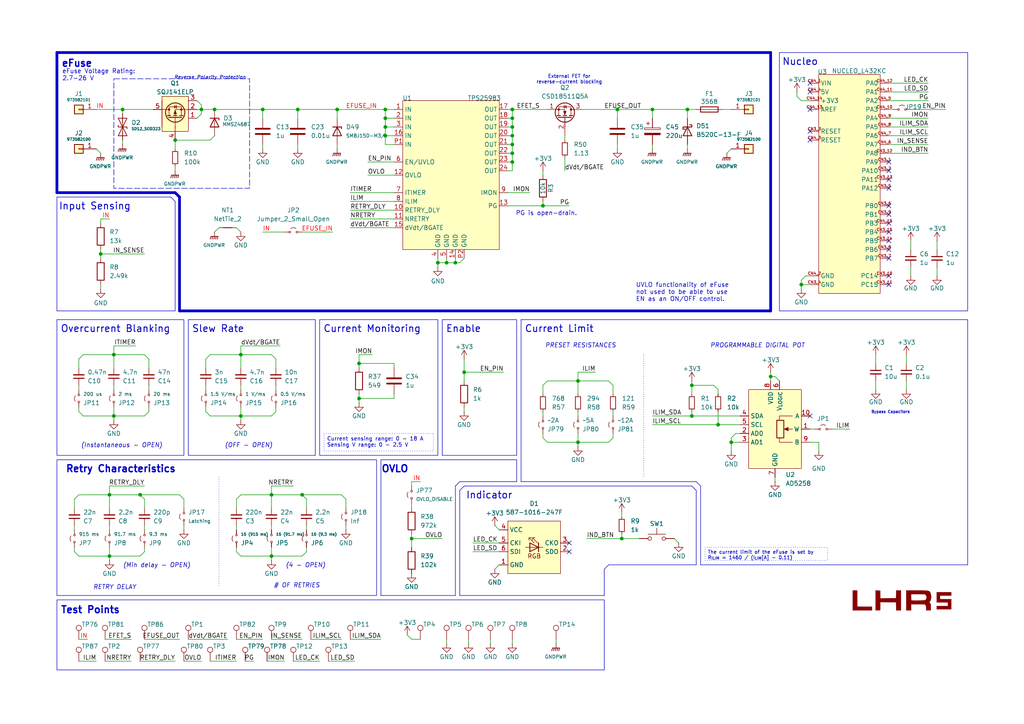
<source format=kicad_sch>
(kicad_sch (version 20231120) (generator "eeschema") (generator_version "8.0")
  (paper "A4")
  (title_block (title "eFuse Test Board") (date "2024-10-31") (rev "0.0a") (company "Longhorn Racing: Solar") (comment 1 "Changxu Liu, Wataru (Watts) Yasueda"))
  (junction (at 212.09 128.27))
  (junction (at 199.39 31.75))
  (junction (at 111.76 39.37))
  (junction (at 97.79 31.75))
  (junction (at 148.59 31.75))
  (junction (at 132.08 76.2))
  (junction (at 148.59 34.29))
  (junction (at 31.75 161.29))
  (junction (at 167.64 110.49))
  (junction (at 40.64 143.51))
  (junction (at 179.07 31.75))
  (junction (at 104.14 115.57))
  (junction (at 78.74 161.29))
  (junction (at 148.59 44.45))
  (junction (at 129.54 76.2))
  (junction (at 157.48 59.69))
  (junction (at 50.8 40.64))
  (junction (at 29.21 73.66))
  (junction (at 208.28 123.19))
  (junction (at 33.02 120.65))
  (junction (at 104.14 105.41))
  (junction (at 232.41 82.55))
  (junction (at 189.23 31.75))
  (junction (at 58.42 31.75))
  (junction (at 119.38 156.21))
  (junction (at 86.36 31.75))
  (junction (at 111.76 34.29))
  (junction (at 167.64 128.27))
  (junction (at 111.76 31.75))
  (junction (at 33.02 102.87))
  (junction (at 134.62 107.95))
  (junction (at 69.85 120.65))
  (junction (at 111.76 36.83))
  (junction (at 127 76.2))
  (junction (at 200.66 111.76))
  (junction (at 148.59 41.91))
  (junction (at 31.75 143.51))
  (junction (at 223.52 109.22))
  (junction (at 76.2 31.75))
  (junction (at 180.34 156.21))
  (junction (at 78.74 143.51))
  (junction (at 148.59 39.37))
  (junction (at 69.85 102.87))
  (junction (at 148.59 36.83))
  (junction (at 87.63 143.51))
  (junction (at 148.59 46.99))
  (junction (at 62.23 31.75))
  (junction (at 35.56 31.75))
  (junction (at 200.66 120.65))
  (no_connect (at 257.81 49.53))
  (no_connect (at 234.95 40.64))
  (no_connect (at 257.81 69.85))
  (no_connect (at 257.81 67.31))
  (no_connect (at 234.95 38.1))
  (no_connect (at 257.81 64.77))
  (no_connect (at 257.81 54.61))
  (no_connect (at 234.95 31.75))
  (no_connect (at 165.1 157.48))
  (no_connect (at 257.81 62.23))
  (no_connect (at 257.81 52.07))
  (no_connect (at 165.1 160.02))
  (no_connect (at 257.81 72.39))
  (no_connect (at 257.81 46.99))
  (no_connect (at 257.81 74.93))
  (no_connect (at 234.95 24.13))
  (no_connect (at 257.81 82.55))
  (no_connect (at 257.81 59.69))
  (no_connect (at 234.95 120.65))
  (no_connect (at 234.95 26.67))
  (no_connect (at 257.81 80.01))
  (wire (pts (xy 80.01 119.38) (xy 80.01 118.11)))
  (wire (pts (xy 119.38 154.94) (xy 119.38 156.21)))
  (wire (pts (xy 234.95 124.46) (xy 236.22 124.46)))
  (wire (pts (xy 76.2 31.75) (xy 86.36 31.75)))
  (wire (pts (xy 234.95 128.27) (xy 237.49 128.27)))
  (wire (pts (xy 271.78 69.85) (xy 271.78 72.39)))
  (wire (pts (xy 69.85 100.33) (xy 81.28 100.33)))
  (polyline (pts (xy 133.35 142.24) (xy 133.35 172.72)))
  (wire (pts (xy 234.95 29.21) (xy 232.41 29.21)))
  (wire (pts (xy 157.48 127) (xy 158.75 128.27)))
  (wire (pts (xy 148.59 36.83) (xy 148.59 39.37)))
  (wire (pts (xy 111.76 31.75) (xy 111.76 34.29)))
  (wire (pts (xy 57.15 29.21) (xy 58.42 30.48)))
  (wire (pts (xy 207.01 111.76) (xy 208.28 113.03)))
  (wire (pts (xy 127 76.2) (xy 127 77.47)))
  (wire (pts (xy 95.25 191.77) (xy 102.87 191.77)))
  (polyline (pts (xy 16.51 15.24) (xy 16.51 55.88)) (stroke (width 0.8)))
  (wire (pts (xy 78.74 162.56) (xy 78.74 161.29)))
  (wire (pts (xy 157.48 59.69) (xy 165.1 59.69)))
  (wire (pts (xy 43.18 104.14) (xy 43.18 106.68)))
  (polyline (pts (xy 50.8 55.88) (xy 52.07 57.15)) (stroke (width 0.8)))
  (wire (pts (xy 254 110.49) (xy 254 113.03)))
  (wire (pts (xy 31.75 63.5) (xy 29.21 63.5)))
  (wire (pts (xy 86.36 41.91) (xy 86.36 43.18)))
  (wire (pts (xy 264.16 69.85) (xy 264.16 72.39)))
  (wire (pts (xy 62.23 31.75) (xy 76.2 31.75)))
  (wire (pts (xy 224.79 138.43) (xy 224.79 139.7)))
  (wire (pts (xy 78.74 152.4) (xy 78.74 153.67)))
  (wire (pts (xy 176.53 128.27) (xy 177.8 127)))
  (wire (pts (xy 29.21 72.39) (xy 29.21 73.66)))
  (wire (pts (xy 132.08 76.2) (xy 133.35 76.2)))
  (wire (pts (xy 257.81 44.45) (xy 269.24 44.45)))
  (polyline (pts (xy 280.67 92.71) (xy 280.67 163.83)))
  (wire (pts (xy 22.86 185.42) (xy 25.4 185.42)))
  (wire (pts (xy 104.14 102.87) (xy 104.14 105.41)))
  (polyline (pts (xy 16.51 57.15) (xy 49.53 57.15)))
  (wire (pts (xy 69.85 143.51) (xy 68.58 144.78)))
  (wire (pts (xy 59.69 111.76) (xy 59.69 113.03)))
  (wire (pts (xy 189.23 41.91) (xy 189.23 43.18)))
  (wire (pts (xy 147.32 41.91) (xy 148.59 41.91)))
  (wire (pts (xy 147.32 59.69) (xy 157.48 59.69)))
  (wire (pts (xy 31.75 143.51) (xy 40.64 143.51)))
  (wire (pts (xy 237.49 128.27) (xy 237.49 130.81)))
  (wire (pts (xy 257.81 41.91) (xy 269.24 41.91)))
  (wire (pts (xy 76.2 41.91) (xy 76.2 43.18)))
  (wire (pts (xy 68.58 144.78) (xy 68.58 147.32)))
  (wire (pts (xy 53.34 152.4) (xy 53.34 153.67)))
  (wire (pts (xy 57.15 31.75) (xy 58.42 31.75)))
  (wire (pts (xy 78.74 120.65) (xy 80.01 119.38)))
  (polyline (pts (xy 134.62 140.97) (xy 200.66 140.97)))
  (wire (pts (xy 78.74 143.51) (xy 78.74 147.32)))
  (wire (pts (xy 135.89 186.69) (xy 135.89 185.42)))
  (wire (pts (xy 80.01 111.76) (xy 80.01 113.03)))
  (wire (pts (xy 147.32 36.83) (xy 148.59 36.83)))
  (wire (pts (xy 52.07 185.42) (xy 41.91 185.42)))
  (wire (pts (xy 167.64 107.95) (xy 167.64 110.49)))
  (wire (pts (xy 87.63 143.51) (xy 88.9 144.78)))
  (wire (pts (xy 78.74 158.75) (xy 78.74 161.29)))
  (wire (pts (xy 76.2 185.42) (xy 68.58 185.42)))
  (wire (pts (xy 254 102.87) (xy 254 105.41)))
  (wire (pts (xy 99.06 185.42) (xy 90.17 185.42)))
  (wire (pts (xy 134.62 107.95) (xy 146.05 107.95)))
  (wire (pts (xy 31.75 143.51) (xy 31.75 147.32)))
  (polyline (pts (xy 110.49 133.35) (xy 110.49 172.72)))
  (polyline (pts (xy 201.93 142.24) (xy 200.66 140.97)))
  (wire (pts (xy 59.69 119.38) (xy 59.69 118.11)))
  (wire (pts (xy 69.85 102.87) (xy 60.96 102.87)))
  (wire (pts (xy 31.75 140.97) (xy 41.91 140.97)))
  (wire (pts (xy 232.41 81.28) (xy 232.41 82.55)))
  (wire (pts (xy 134.62 107.95) (xy 134.62 110.49)))
  (wire (pts (xy 147.32 44.45) (xy 148.59 44.45)))
  (wire (pts (xy 147.32 39.37) (xy 148.59 39.37)))
  (wire (pts (xy 60.96 40.64) (xy 62.23 39.37)))
  (wire (pts (xy 31.75 161.29) (xy 40.64 161.29)))
  (wire (pts (xy 40.64 161.29) (xy 41.91 160.02)))
  (wire (pts (xy 158.75 110.49) (xy 157.48 111.76)))
  (wire (pts (xy 208.28 123.19) (xy 214.63 123.19)))
  (wire (pts (xy 119.38 156.21) (xy 128.27 156.21)))
  (wire (pts (xy 121.92 139.7) (xy 119.38 139.7)))
  (wire (pts (xy 157.48 127) (xy 157.48 125.73)))
  (wire (pts (xy 21.59 152.4) (xy 21.59 153.67)))
  (wire (pts (xy 168.91 31.75) (xy 179.07 31.75)))
  (wire (pts (xy 97.79 34.29) (xy 97.79 31.75)))
  (wire (pts (xy 271.78 77.47) (xy 271.78 80.01)))
  (wire (pts (xy 213.36 125.73) (xy 212.09 127)))
  (wire (pts (xy 212.09 130.81) (xy 212.09 128.27)))
  (wire (pts (xy 87.63 161.29) (xy 88.9 160.02)))
  (wire (pts (xy 134.62 118.11) (xy 134.62 119.38)))
  (wire (pts (xy 200.66 119.38) (xy 200.66 120.65)))
  (wire (pts (xy 29.21 63.5) (xy 29.21 64.77)))
  (wire (pts (xy 78.74 102.87) (xy 80.01 104.14)))
  (wire (pts (xy 137.16 160.02) (xy 144.78 160.02)))
  (wire (pts (xy 50.8 40.64) (xy 60.96 40.64)))
  (wire (pts (xy 29.21 73.66) (xy 41.91 73.66)))
  (wire (pts (xy 29.21 73.66) (xy 29.21 74.93)))
  (wire (pts (xy 157.48 49.53) (xy 157.48 50.8)))
  (wire (pts (xy 78.74 140.97) (xy 85.09 140.97)))
  (polyline (pts (xy 132.08 158.75) (xy 132.08 172.72)))
  (wire (pts (xy 170.18 156.21) (xy 180.34 156.21)))
  (wire (pts (xy 101.6 60.96) (xy 114.3 60.96)))
  (wire (pts (xy 180.34 154.94) (xy 180.34 156.21)))
  (polyline (pts (xy 151.13 139.7) (xy 201.93 139.7)))
  (wire (pts (xy 262.89 110.49) (xy 262.89 113.03)))
  (polyline (pts (xy 133.35 139.7) (xy 149.86 139.7)))
  (wire (pts (xy 177.8 111.76) (xy 177.8 114.3)))
  (wire (pts (xy 41.91 160.02) (xy 41.91 158.75)))
  (wire (pts (xy 86.36 31.75) (xy 86.36 34.29)))
  (wire (pts (xy 119.38 146.05) (xy 119.38 147.32)))
  (wire (pts (xy 43.18 119.38) (xy 43.18 118.11)))
  (wire (pts (xy 114.3 106.68) (xy 114.3 105.41)))
  (wire (pts (xy 148.59 41.91) (xy 148.59 44.45)))
  (wire (pts (xy 97.79 41.91) (xy 97.79 43.18)))
  (wire (pts (xy 41.91 144.78) (xy 41.91 147.32)))
  (wire (pts (xy 69.85 118.11) (xy 69.85 120.65)))
  (wire (pts (xy 119.38 185.42) (xy 118.11 184.15)))
  (wire (pts (xy 212.09 31.75) (xy 209.55 31.75)))
  (polyline (pts (xy 52.07 90.17) (xy 223.52 90.17)) (stroke (width 0.8)))
  (wire (pts (xy 69.85 121.92) (xy 69.85 120.65)))
  (wire (pts (xy 142.24 186.69) (xy 142.24 185.42)))
  (wire (pts (xy 66.04 185.42) (xy 54.61 185.42)))
  (wire (pts (xy 167.64 119.38) (xy 167.64 120.65)))
  (wire (pts (xy 147.32 46.99) (xy 148.59 46.99)))
  (wire (pts (xy 33.02 118.11) (xy 33.02 120.65)))
  (wire (pts (xy 161.29 185.42) (xy 161.29 186.69)))
  (wire (pts (xy 69.85 102.87) (xy 69.85 106.68)))
  (wire (pts (xy 180.34 148.59) (xy 180.34 149.86)))
  (wire (pts (xy 208.28 113.03) (xy 208.28 114.3)))
  (wire (pts (xy 107.95 102.87) (xy 104.14 102.87)))
  (wire (pts (xy 50.8 48.26) (xy 50.8 49.53)))
  (wire (pts (xy 101.6 55.88) (xy 114.3 55.88)))
  (wire (pts (xy 40.64 191.77) (xy 50.8 191.77)))
  (wire (pts (xy 167.64 128.27) (xy 176.53 128.27)))
  (polyline (pts (xy 63.5 138.43) (xy 63.5 170.18)) (stroke (width 0) (type dot)))
  (polyline (pts (xy 50.8 58.42) (xy 50.8 90.17)))
  (wire (pts (xy 104.14 114.3) (xy 104.14 115.57)))
  (wire (pts (xy 100.33 144.78) (xy 99.06 143.51)))
  (wire (pts (xy 106.68 50.8) (xy 114.3 50.8)))
  (wire (pts (xy 127 76.2) (xy 129.54 76.2)))
  (polyline (pts (xy 132.08 140.97) (xy 132.08 158.75)))
  (wire (pts (xy 22.86 143.51) (xy 21.59 144.78)))
  (wire (pts (xy 68.58 160.02) (xy 68.58 158.75)))
  (wire (pts (xy 157.48 58.42) (xy 157.48 59.69)))
  (wire (pts (xy 180.34 156.21) (xy 185.42 156.21)))
  (wire (pts (xy 177.8 127) (xy 177.8 125.73)))
  (wire (pts (xy 176.53 110.49) (xy 177.8 111.76)))
  (wire (pts (xy 157.48 119.38) (xy 157.48 120.65)))
  (wire (pts (xy 114.3 114.3) (xy 114.3 115.57)))
  (wire (pts (xy 76.2 31.75) (xy 76.2 34.29)))
  (wire (pts (xy 22.86 104.14) (xy 22.86 106.68)))
  (wire (pts (xy 43.18 111.76) (xy 43.18 113.03)))
  (polyline (pts (xy 16.51 57.15) (xy 16.51 90.17)))
  (wire (pts (xy 100.33 152.4) (xy 100.33 153.67)))
  (wire (pts (xy 33.02 102.87) (xy 41.91 102.87)))
  (wire (pts (xy 53.34 147.32) (xy 53.34 144.78)))
  (wire (pts (xy 129.54 185.42) (xy 129.54 186.69)))
  (wire (pts (xy 189.23 123.19) (xy 208.28 123.19)))
  (wire (pts (xy 257.81 24.13) (xy 269.24 24.13)))
  (wire (pts (xy 200.66 120.65) (xy 214.63 120.65)))
  (wire (pts (xy 69.85 100.33) (xy 69.85 102.87)))
  (polyline (pts (xy 201.93 139.7) (xy 203.2 140.97)))
  (wire (pts (xy 78.74 143.51) (xy 69.85 143.51)))
  (wire (pts (xy 62.23 67.31) (xy 63.5 66.04)))
  (wire (pts (xy 148.59 31.75) (xy 148.59 34.29)))
  (wire (pts (xy 33.02 102.87) (xy 24.13 102.87)))
  (wire (pts (xy 53.34 144.78) (xy 52.07 143.51)))
  (wire (pts (xy 167.64 129.54) (xy 167.64 128.27)))
  (wire (pts (xy 111.76 41.91) (xy 114.3 41.91)))
  (wire (pts (xy 195.58 156.21) (xy 196.85 157.48)))
  (wire (pts (xy 111.76 34.29) (xy 111.76 36.83)))
  (wire (pts (xy 257.81 31.75) (xy 259.08 31.75)))
  (wire (pts (xy 82.55 191.77) (xy 77.47 191.77)))
  (wire (pts (xy 104.14 115.57) (xy 114.3 115.57)))
  (wire (pts (xy 78.74 143.51) (xy 87.63 143.51)))
  (wire (pts (xy 27.94 31.75) (xy 35.56 31.75)))
  (wire (pts (xy 58.42 31.75) (xy 58.42 33.02)))
  (wire (pts (xy 58.42 30.48) (xy 58.42 31.75)))
  (wire (pts (xy 22.86 161.29) (xy 31.75 161.29)))
  (wire (pts (xy 199.39 31.75) (xy 201.93 31.75)))
  (wire (pts (xy 231.14 26.67) (xy 231.14 27.94)))
  (wire (pts (xy 167.64 107.95) (xy 172.72 107.95)))
  (wire (pts (xy 78.74 140.97) (xy 78.74 143.51)))
  (wire (pts (xy 148.59 31.75) (xy 158.75 31.75)))
  (wire (pts (xy 148.59 39.37) (xy 148.59 41.91)))
  (wire (pts (xy 262.89 102.87) (xy 262.89 105.41)))
  (wire (pts (xy 148.59 34.29) (xy 148.59 36.83)))
  (wire (pts (xy 78.74 161.29) (xy 87.63 161.29)))
  (wire (pts (xy 69.85 161.29) (xy 78.74 161.29)))
  (wire (pts (xy 147.32 34.29) (xy 148.59 34.29)))
  (wire (pts (xy 233.68 80.01) (xy 234.95 80.01)))
  (polyline (pts (xy 151.13 92.71) (xy 280.67 92.71)))
  (wire (pts (xy 21.59 144.78) (xy 21.59 147.32)))
  (wire (pts (xy 148.59 49.53) (xy 147.32 49.53)))
  (wire (pts (xy 157.48 111.76) (xy 157.48 114.3)))
  (wire (pts (xy 111.76 34.29) (xy 114.3 34.29)))
  (wire (pts (xy 257.81 26.67) (xy 269.24 26.67)))
  (wire (pts (xy 68.58 191.77) (xy 60.96 191.77)))
  (wire (pts (xy 163.83 40.64) (xy 163.83 39.37)))
  (wire (pts (xy 223.52 109.22) (xy 224.79 109.22)))
  (wire (pts (xy 41.91 102.87) (xy 43.18 104.14)))
  (wire (pts (xy 33.02 121.92) (xy 33.02 120.65)))
  (wire (pts (xy 80.01 104.14) (xy 80.01 106.68)))
  (wire (pts (xy 35.56 41.91) (xy 35.56 40.64)))
  (wire (pts (xy 57.15 34.29) (xy 58.42 33.02)))
  (wire (pts (xy 167.64 110.49) (xy 176.53 110.49)))
  (wire (pts (xy 60.96 120.65) (xy 69.85 120.65)))
  (wire (pts (xy 104.14 105.41) (xy 114.3 105.41)))
  (wire (pts (xy 76.2 67.31) (xy 82.55 67.31)))
  (wire (pts (xy 101.6 63.5) (xy 114.3 63.5)))
  (wire (pts (xy 33.02 100.33) (xy 39.37 100.33)))
  (wire (pts (xy 257.81 39.37) (xy 269.24 39.37)))
  (wire (pts (xy 179.07 31.75) (xy 179.07 34.29)))
  (wire (pts (xy 35.56 31.75) (xy 35.56 33.02)))
  (wire (pts (xy 88.9 152.4) (xy 88.9 153.67)))
  (wire (pts (xy 69.85 67.31) (xy 68.58 66.04)))
  (wire (pts (xy 69.85 120.65) (xy 78.74 120.65)))
  (wire (pts (xy 147.32 31.75) (xy 148.59 31.75)))
  (wire (pts (xy 257.81 36.83) (xy 269.24 36.83)))
  (wire (pts (xy 111.76 36.83) (xy 114.3 36.83)))
  (wire (pts (xy 33.02 102.87) (xy 33.02 106.68)))
  (polyline (pts (xy 110.49 133.35) (xy 149.86 133.35)))
  (wire (pts (xy 31.75 158.75) (xy 31.75 161.29)))
  (wire (pts (xy 134.62 74.93) (xy 133.35 76.2)))
  (polyline (pts (xy 151.13 92.71) (xy 151.13 139.7)))
  (polyline (pts (xy 52.07 57.15) (xy 52.07 90.17)) (stroke (width 0.8)))
  (wire (pts (xy 121.92 185.42) (xy 119.38 185.42)))
  (wire (pts (xy 50.8 40.64) (xy 50.8 43.18)))
  (wire (pts (xy 223.52 107.95) (xy 223.52 109.22)))
  (wire (pts (xy 68.58 160.02) (xy 69.85 161.29)))
  (wire (pts (xy 29.21 82.55) (xy 29.21 83.82)))
  (wire (pts (xy 246.38 124.46) (xy 241.3 124.46)))
  (wire (pts (xy 257.81 34.29) (xy 269.24 34.29)))
  (wire (pts (xy 200.66 110.49) (xy 200.66 111.76)))
  (wire (pts (xy 21.59 160.02) (xy 21.59 158.75)))
  (wire (pts (xy 33.02 111.76) (xy 33.02 113.03)))
  (wire (pts (xy 58.42 31.75) (xy 62.23 31.75)))
  (wire (pts (xy 88.9 144.78) (xy 88.9 147.32)))
  (wire (pts (xy 200.66 111.76) (xy 200.66 114.3)))
  (wire (pts (xy 233.68 80.01) (xy 232.41 81.28)))
  (polyline (pts (xy 175.26 165.1) (xy 175.26 172.72)))
  (wire (pts (xy 92.71 191.77) (xy 85.09 191.77)))
  (polyline (pts (xy 110.49 172.72) (xy 132.08 172.72)))
  (wire (pts (xy 212.09 127) (xy 212.09 128.27)))
  (wire (pts (xy 22.86 119.38) (xy 24.13 120.65)))
  (wire (pts (xy 119.38 156.21) (xy 119.38 158.75)))
  (polyline (pts (xy 203.2 140.97) (xy 203.2 163.83)))
  (wire (pts (xy 69.85 111.76) (xy 69.85 113.03)))
  (wire (pts (xy 148.59 186.69) (xy 148.59 185.42)))
  (polyline (pts (xy 223.52 15.24) (xy 223.52 90.17)) (stroke (width 0.8)))
  (wire (pts (xy 153.67 55.88) (xy 147.32 55.88)))
  (wire (pts (xy 73.66 191.77) (xy 71.12 191.77)))
  (wire (pts (xy 87.63 143.51) (xy 99.06 143.51)))
  (wire (pts (xy 104.14 105.41) (xy 104.14 106.68)))
  (wire (pts (xy 31.75 162.56) (xy 31.75 161.29)))
  (wire (pts (xy 189.23 120.65) (xy 200.66 120.65)))
  (wire (pts (xy 60.96 102.87) (xy 59.69 104.14)))
  (wire (pts (xy 189.23 31.75) (xy 189.23 34.29)))
  (wire (pts (xy 137.16 157.48) (xy 144.78 157.48)))
  (wire (pts (xy 68.58 152.4) (xy 68.58 153.67)))
  (wire (pts (xy 38.1 191.77) (xy 30.48 191.77)))
  (polyline (pts (xy 175.26 165.1) (xy 176.53 163.83)))
  (wire (pts (xy 257.81 29.21) (xy 269.24 29.21)))
  (wire (pts (xy 111.76 39.37) (xy 111.76 41.91)))
  (wire (pts (xy 35.56 31.75) (xy 44.45 31.75)))
  (wire (pts (xy 24.13 120.65) (xy 33.02 120.65)))
  (wire (pts (xy 40.64 143.51) (xy 52.07 143.51)))
  (wire (pts (xy 33.02 120.65) (xy 41.91 120.65)))
  (wire (pts (xy 148.59 44.45) (xy 148.59 46.99)))
  (wire (pts (xy 87.63 185.42) (xy 78.74 185.42)))
  (wire (pts (xy 148.59 46.99) (xy 148.59 49.53)))
  (wire (pts (xy 129.54 76.2) (xy 132.08 76.2)))
  (wire (pts (xy 27.94 191.77) (xy 22.86 191.77)))
  (wire (pts (xy 119.38 139.7) (xy 119.38 140.97)))
  (polyline (pts (xy 16.51 15.24) (xy 223.52 15.24)) (stroke (width 0.8)))
  (wire (pts (xy 40.64 143.51) (xy 41.91 144.78)))
  (wire (pts (xy 69.85 102.87) (xy 78.74 102.87)))
  (wire (pts (xy 111.76 39.37) (xy 114.3 39.37)))
  (polyline (pts (xy 16.51 90.17) (xy 50.8 90.17)))
  (polyline (pts (xy 133.35 139.7) (xy 132.08 140.97)))
  (wire (pts (xy 88.9 160.02) (xy 88.9 158.75)))
  (wire (pts (xy 96.52 67.31) (xy 87.63 67.31)))
  (polyline (pts (xy 176.53 163.83) (xy 201.93 163.83)))
  (wire (pts (xy 33.02 100.33) (xy 33.02 102.87)))
  (polyline (pts (xy 186.69 102.87) (xy 186.69 138.43)) (stroke (width 0) (type dot)))
  (wire (pts (xy 132.08 74.93) (xy 132.08 76.2)))
  (wire (pts (xy 101.6 66.04) (xy 114.3 66.04)))
  (wire (pts (xy 41.91 152.4) (xy 41.91 153.67)))
  (wire (pts (xy 22.86 119.38) (xy 22.86 118.11)))
  (wire (pts (xy 224.79 109.22) (xy 226.06 110.49)))
  (wire (pts (xy 210.82 44.45) (xy 212.09 43.18)))
  (wire (pts (xy 41.91 120.65) (xy 43.18 119.38)))
  (wire (pts (xy 110.49 185.42) (xy 101.6 185.42)))
  (wire (pts (xy 111.76 36.83) (xy 111.76 39.37)))
  (wire (pts (xy 21.59 160.02) (xy 22.86 161.29)))
  (wire (pts (xy 104.14 115.57) (xy 104.14 116.84)))
  (polyline (pts (xy 49.53 57.15) (xy 50.8 58.42)))
  (wire (pts (xy 31.75 152.4) (xy 31.75 153.67)))
  (wire (pts (xy 29.21 44.45) (xy 27.94 43.18)))
  (wire (pts (xy 232.41 82.55) (xy 234.95 82.55)))
  (wire (pts (xy 213.36 125.73) (xy 214.63 125.73)))
  (polyline (pts (xy 203.2 163.83) (xy 280.67 163.83)))
  (wire (pts (xy 264.16 77.47) (xy 264.16 80.01)))
  (wire (pts (xy 167.64 125.73) (xy 167.64 128.27)))
  (wire (pts (xy 189.23 31.75) (xy 199.39 31.75)))
  (wire (pts (xy 134.62 104.14) (xy 134.62 107.95)))
  (wire (pts (xy 264.16 31.75) (xy 274.32 31.75)))
  (wire (pts (xy 232.41 29.21) (xy 231.14 27.94)))
  (wire (pts (xy 200.66 111.76) (xy 207.01 111.76)))
  (wire (pts (xy 38.1 185.42) (xy 30.48 185.42)))
  (wire (pts (xy 129.54 74.93) (xy 129.54 76.2)))
  (wire (pts (xy 127 74.93) (xy 127 76.2)))
  (wire (pts (xy 163.83 45.72) (xy 163.83 49.53)))
  (wire (pts (xy 223.52 109.22) (xy 223.52 110.49)))
  (wire (pts (xy 100.33 147.32) (xy 100.33 144.78)))
  (wire (pts (xy 208.28 119.38) (xy 208.28 123.19)))
  (polyline (pts (xy 134.62 140.97) (xy 133.35 142.24)))
  (wire (pts (xy 179.07 41.91) (xy 179.07 43.18)))
  (wire (pts (xy 167.64 110.49) (xy 158.75 110.49)))
  (wire (pts (xy 143.51 152.4) (xy 144.78 153.67)))
  (wire (pts (xy 144.78 163.83) (xy 143.51 165.1)))
  (wire (pts (xy 212.09 128.27) (xy 214.63 128.27)))
  (wire (pts (xy 106.68 46.99) (xy 114.3 46.99)))
  (wire (pts (xy 58.42 191.77) (xy 53.34 191.77)))
  (polyline (pts (xy 133.35 172.72) (xy 175.26 172.72)))
  (wire (pts (xy 97.79 31.75) (xy 111.76 31.75)))
  (wire (pts (xy 199.39 43.18) (xy 199.39 41.91)))
  (polyline (pts (xy 201.93 142.24) (xy 201.93 163.83)))
  (wire (pts (xy 31.75 140.97) (xy 31.75 143.51)))
  (wire (pts (xy 158.75 128.27) (xy 167.64 128.27)))
  (wire (pts (xy 111.76 31.75) (xy 114.3 31.75)))
  (polyline (pts (xy 16.51 55.88) (xy 50.8 55.88)) (stroke (width 0.8)))
  (wire (pts (xy 101.6 58.42) (xy 114.3 58.42)))
  (wire (pts (xy 59.69 119.38) (xy 60.96 120.65)))
  (wire (pts (xy 177.8 119.38) (xy 177.8 120.65)))
  (wire (pts (xy 232.41 82.55) (xy 232.41 83.82)))
  (wire (pts (xy 86.36 31.75) (xy 97.79 31.75)))
  (wire (pts (xy 179.07 31.75) (xy 189.23 31.75)))
  (wire (pts (xy 22.86 111.76) (xy 22.86 113.03)))
  (wire (pts (xy 167.64 110.49) (xy 167.64 114.3)))
  (wire (pts (xy 199.39 31.75) (xy 199.39 34.29)))
  (wire (pts (xy 24.13 102.87) (xy 22.86 104.14)))
  (wire (pts (xy 59.69 104.14) (xy 59.69 106.68)))
  (wire (pts (xy 31.75 143.51) (xy 22.86 143.51)))
  (polyline (pts (xy 149.86 133.35) (xy 149.86 139.7)))
  (rectangle (start 16.51 173.99) (end 175.26 194.31))
  (rectangle (start 92.71 92.71) (end 127 132.08))
  (rectangle (start 16.51 92.71) (end 53.34 132.08))
  (rectangle (start 128.27 92.71) (end 149.86 132.08))
  (rectangle (start 33.02 22.86) (end 72.39 54.61) (stroke (width 0) (type dash)))
  (rectangle (start 16.51 133.35) (end 109.22 172.72))
  (rectangle (start 54.61 92.71) (end 91.44 132.08))
  (rectangle (start 226.06 15.24) (end 280.67 90.17))
  (text_box "The current limit of the eFuse is set by\nR_{ILIM} = 1460 / (I_{LIM}[A] - 0.11)\n\n" (at 204.47 158.75 0) (size 35.56 3.81) (stroke (width 0) (type dot)) (effects (font (size 1 1)) (justify left top)))
  (text_box "Current sensing range: 0 - 18 A\nSensing V range: 0 - 2.5 V\n\n" (at 93.98 125.73 0) (size 31.75 5.08) (stroke (width 0) (type dot)) (effects (font (size 1.1 1.1)) (justify left top)))
  (text_box "External FET for reverse-current blocking" (at 152.4 20.32 0) (size 25.4 5.08) (stroke (width -0.0001)) (effects (font (size 1 1))))
  (text "eFuse Voltage Rating:\n2.7-26 V" (at 18.034 21.844 0) (effects (font (size 1.27 1.27)) (justify left)))
  (text "PG is open-drain." (at 158.496 61.976 0) (effects (font (size 1.27 1.27))))
  (text "(4 - OPEN)" (at 88.646 164.084 0) (effects (font (size 1.27 1.27) (italic yes))))
  (text "Bypass Capacitors" (at 258.318 119.634 0) (effects (font (size 0.8 0.8))))
  (text "RETRY DELAY" (at 33.274 170.434 0) (effects (font (size 1.27 1.27) (italic yes))))
  (text "Enable" (at 129.286 95.504 0) (effects (font (size 2 2) (thickness 0.254) (bold yes)) (justify left)))
  (text "(Min delay - OPEN)" (at 45.466 164.084 0) (effects (font (size 1.27 1.27) (italic yes))))
  (text "Overcurrent Blanking" (at 17.526 95.504 0) (effects (font (size 2 2) (thickness 0.254) (bold yes)) (justify left)))
  (text "Reverse Polarity Protection" (at 60.96 22.606 0) (effects (font (size 1 1) (italic yes))))
  (text "eFuse" (at 17.78 18.542 0) (effects (font (size 2 2) (bold yes)) (justify left)))
  (text "Slew Rate" (at 55.626 95.504 0) (effects (font (size 2 2) (thickness 0.254) (bold yes)) (justify left)))
  (text "Retry Characteristics" (at 35.052 136.144 0) (effects (font (size 2 2) (bold yes))))
  (text "# OF RETRIES" (at 86.106 169.926 0) (effects (font (size 1.27 1.27) (italic yes))))
  (text "UVLO functionality of eFuse\nnot used to be able to use \nEN as an ON/OFF control. " (at 184.404 84.836 0) (effects (font (size 1.27 1.27)) (justify left)))
  (text "OVLO" (at 114.554 136.144 0) (effects (font (size 2 2) (bold yes))))
  (text "PROGRAMMABLE DIGITAL POT" (at 219.71 100.33 0) (effects (font (size 1.27 1.27) (italic yes))))
  (text "Current Limit" (at 152.146 95.504 0) (effects (font (size 2 2) (thickness 0.254) (bold yes)) (justify left)))
  (text "Test Points" (at 17.526 177.038 0) (effects (font (size 2 2) (bold yes)) (justify left)))
  (text "PRESET RESISTANCES" (at 168.402 100.33 0) (effects (font (size 1.27 1.27) (italic yes))))
  (text "Nucleo" (at 226.822 18.034 0) (effects (font (size 2 2) (thickness 0.254) (bold yes)) (justify left)))
  (text "(OFF - OPEN)" (at 72.136 129.286 0) (effects (font (size 1.27 1.27) (italic yes))))
  (text "Current Monitoring" (at 93.726 95.504 0) (effects (font (size 2 2) (thickness 0.254) (bold yes)) (justify left)))
  (text "Indicator" (at 135.128 143.764 0) (effects (font (size 2 2) (thickness 0.254) (bold yes)) (justify left)))
  (text "(Instantaneous - OPEN)" (at 35.306 129.286 0) (effects (font (size 1.27 1.27) (italic yes))))
  (text "Input Sensing" (at 17.018 59.944 0) (effects (font (size 2 2) (thickness 0.254) (bold yes)) (justify left)))
  (label "IMON" (at 82.55 191.77 180))
  (label "LED_CK" (at 269.24 24.13 180))
  (label "LED_CK" (at 92.71 191.77 180))
  (label "EN_PIN" (at 76.2 185.42 180))
  (label "dVdt{slash}BGATE" (at 66.04 185.42 180))
  (label "PG" (at 269.24 29.21 180))
  (label "IMON" (at 269.24 34.29 180))
  (label "ILIM" (at 246.38 124.46 180))
  (label "RETRY_DLY" (at 41.91 140.97 180))
  (label "ITIMER" (at 101.6 55.88 0))
  (label "IND_BTN" (at 170.18 156.21 0))
  (label "LED_CK" (at 137.16 157.48 0))
  (label "IMON" (at 153.67 55.88 180))
  (label "ILIM_SCL" (at 189.23 123.19 0))
  (label "EN_PIN" (at 146.05 107.95 180))
  (label "LED_SD" (at 137.16 160.02 0))
  (label "EFUSE_OUT" (at 52.07 185.42 180))
  (label "EFET_S" (at 38.1 185.42 180))
  (label "IN" (at 76.2 67.31 0))
  (label "ITIMER" (at 39.37 100.33 180))
  (label "ILIM" (at 172.72 107.95 180))
  (label "ILIM_SCL" (at 99.06 185.42 180))
  (label "IN" (at 31.75 63.5 180))
  (label "IN" (at 27.94 31.75 0))
  (label "ILIM_SCL" (at 269.24 39.37 180))
  (label "ILIM_SDA" (at 189.23 120.65 0))
  (label "EFUSE_OUT" (at 175.26 31.75 0))
  (label "OVLO" (at 128.27 156.21 180))
  (label "IN_SENSE" (at 87.63 185.42 180))
  (label "ILIM" (at 27.94 191.77 180))
  (label "LED_SD" (at 102.87 191.77 180))
  (label "OVLO" (at 58.42 191.77 180))
  (label "LED_SD" (at 269.24 26.67 180))
  (label "IN_SENSE" (at 269.24 41.91 180))
  (label "NRETRY" (at 85.09 140.97 180))
  (label "RETRY_DLY" (at 50.8 191.77 180))
  (label "RETRY_DLY" (at 101.6 60.96 0))
  (label "PG" (at 73.66 191.77 180))
  (label "EFET_S" (at 149.86 31.75 0))
  (label "PG" (at 165.1 59.69 180))
  (label "NRETRY" (at 101.6 63.5 0))
  (label "OVLO" (at 106.68 50.8 0))
  (label "NRETRY" (at 38.1 191.77 180))
  (label "EN_PIN" (at 106.68 46.99 0))
  (label "IN" (at 121.92 139.7 180))
  (label "ILIM_SDA" (at 269.24 36.83 180))
  (label "dVdt{slash}BGATE" (at 101.6 66.04 0))
  (label "ILIM_SDA" (at 110.49 185.42 180))
  (label "ILIM" (at 101.6 58.42 0))
  (label "EFUSE_IN" (at 96.52 67.31 180))
  (label "EFUSE_IN" (at 100.33 31.75 0))
  (label "dVdt{slash}BGATE" (at 163.83 49.53 0))
  (label "EN_PIN" (at 274.32 31.75 180))
  (label "dVdt{slash}BGATE" (at 81.28 100.33 180))
  (label "ITIMER" (at 68.58 191.77 180))
  (label "IN" (at 25.4 185.42 180))
  (label "IN_SENSE" (at 41.91 73.66 180))
  (label "IND_BTN" (at 269.24 44.45 180))
  (label "IMON" (at 107.95 102.87 180))
  (symbol (lib_id "PowerDistributionUnitLib:587-1016-247F") (at 154.94 158.75 0) (unit 1)
    (property "Reference" "D1" (at 154.94 146.05 0))
    (property "Value" "587-1016-247F" (at 154.94 148.59 0))
    (property "Footprint" "PowerDistributionUnitLib:587-1016-247F" (effects (hide yes)))
    (property "Datasheet" "${KIPRJMOD}/lib/docs/Dialight_datasheet_587_1016_247F_Addressable_RGB-3392649.pdf" (effects (hide yes)))
  )
  (symbol (lib_id "Connector:TestPoint") (at 129.54 185.42 0) (unit 1)
    (property "Reference" "TP5" (at 130.302 181.102 0) (effects (justify left)))
    (property "Value" "GND" (effects (hide yes)))
    (property "Footprint" "Connector_PinHeader_2.54mm:PinHeader_1x01_P2.54mm_Vertical" (effects (hide yes)))
    (property "Description" "test point" (effects (hide yes)))
  )
  (symbol (lib_id "Device:C_Small") (at 78.74 149.86 0) (mirror x) (unit 1)
    (property "Reference" "C4" (at 81.28 151.13 0) (effects (justify left)))
    (property "Value" "22n" (at 81.28 148.59 0) (effects (justify left)))
    (property "Footprint" "Capacitor_SMD:C_0805_2012Metric" (effects (hide yes)))
    (property "Description" "Unpolarized capacitor, small symbol" (effects (hide yes)))
  )
  (symbol (lib_id "power:GNDPWR") (at 97.79 43.18 0) (unit 1)
    (property "Reference" "#PWR042" (effects (hide yes)))
    (property "Value" "GNDPWR" (at 97.663 46.99 0) (effects (font (size 1 1))))
    (property "Description" "Power symbol creates a global label with name \"GNDPWR\" , global ground" (effects (hide yes)))
  )
  (symbol (lib_id "Device:R") (at 29.21 78.74 0) (unit 1)
    (property "Reference" "R8" (at 31.75 77.4699 0) (effects (justify left)))
    (property "Value" "2.49k" (at 31.75 80.0099 0) (effects (justify left)))
    (property "Footprint" "Resistor_SMD:R_0805_2012Metric" (effects (hide yes)))
    (property "Description" "Resistor" (effects (hide yes)))
  )
  (symbol (lib_id "power:GND") (at 78.74 162.56 0) (unit 1)
    (property "Reference" "#PWR014" (effects (hide yes)))
    (property "Value" "GND" (at 78.74 166.37 0))
    (property "Description" "Power symbol creates a global label with name \"GND\" , ground" (effects (hide yes)))
  )
  (symbol (lib_id "Jumper:Jumper_2_Small_Open") (at 80.01 115.57 90) (mirror x) (unit 1) (exclude_from_sim yes)
    (property "Reference" "JP16" (at 81.28 116.8401 90) (effects (justify right)))
    (property "Value" "0.5 V/ms" (at 81.28 114.3001 90) (effects (font (size 1 1)) (justify right)))
    (property "Footprint" "Connector_PinHeader_2.54mm:PinHeader_1x02_P2.54mm_Vertical" (effects (hide yes)))
    (property "Description" "Jumper, 2-pole, small symbol, open" (effects (hide yes)))
  )
  (symbol (lib_id "power:+3V3") (at 223.52 107.95 0) (unit 1)
    (property "Reference" "#PWR02" (effects (hide yes)))
    (property "Value" "+3V3" (at 223.52 104.394 0))
    (property "Description" "Power symbol creates a global label with name \"+3V3\"" (effects (hide yes)))
  )
  (symbol (lib_id "power:GND") (at 134.62 119.38 0) (unit 1)
    (property "Reference" "#PWR074" (effects (hide yes)))
    (property "Value" "GND" (at 134.62 123.19 0))
    (property "Description" "Power symbol creates a global label with name \"GND\" , ground" (effects (hide yes)))
  )
  (symbol (lib_id "Jumper:Jumper_2_Small_Open") (at 238.76 124.46 0) (unit 1) (exclude_from_sim yes)
    (property "Reference" "JP1" (at 238.76 121.412 0))
    (property "Value" "JP" (effects (hide yes)))
    (property "Footprint" "Connector_PinHeader_2.54mm:PinHeader_1x02_P2.54mm_Vertical" (effects (hide yes)))
    (property "Description" "Jumper, 2-pole, small symbol, open" (effects (hide yes)))
  )
  (symbol (lib_id "power:GND") (at 224.79 139.7 0) (unit 1)
    (property "Reference" "#PWR05" (effects (hide yes)))
    (property "Value" "GND" (at 224.79 143.51 0))
    (property "Description" "Power symbol creates a global label with name \"GND\" , ground" (effects (hide yes)))
  )
  (symbol (lib_id "Device:C_Polarized") (at 189.23 38.1 0) (unit 1)
    (property "Reference" "C45" (at 193.04 36.83 0) (effects (justify left)))
    (property "Value" "220u" (at 193.04 39.37 0) (effects (justify left)))
    (property "Footprint" "Capacitor_SMD:CP_Elec_10x12.6" (effects (hide yes)))
    (property "Description" "Polarized capacitor" (effects (hide yes)))
  )
  (symbol (lib_id "Device:NetTie_2") (at 66.04 66.04 0) (unit 1) (in_bom no)
    (property "Reference" "NT1" (at 66.04 60.96 0))
    (property "Value" "NetTie_2" (at 66.04 63.5 0))
    (property "Footprint" "NetTie:NetTie-2_SMD_Pad0.5mm" (effects (hide yes)))
    (property "Description" "Net tie, 2 pins" (effects (hide yes)))
  )
  (symbol (lib_id "Device:Fuse") (at 205.74 31.75 90) (unit 1)
    (property "Reference" "F1" (at 205.74 27.178 90))
    (property "Value" "3568" (at 205.74 29.464 90))
    (property "Footprint" "Fuse:Fuseholder_Blade_Mini_Keystone_3568" (effects (hide yes)))
    (property "Description" "Fuse" (effects (hide yes)))
  )
  (symbol (lib_id "Connector:TestPoint") (at 95.25 191.77 0) (unit 1)
    (property "Reference" "TP13" (at 96.012 187.452 0) (effects (justify left)))
    (property "Value" "LED_SD" (effects (hide yes)))
    (property "Footprint" "Connector_PinHeader_2.54mm:PinHeader_1x01_P2.54mm_Vertical" (effects (hide yes)))
    (property "Description" "test point" (effects (hide yes)))
  )
  (symbol (lib_id "Device:C_Small") (at 59.69 109.22 0) (mirror x) (unit 1)
    (property "Reference" "C15" (at 62.23 110.49 0) (effects (justify left)))
    (property "Value" "3n" (at 62.23 107.95 0) (effects (justify left)))
    (property "Footprint" "Capacitor_SMD:C_0805_2012Metric" (effects (hide yes)))
    (property "Description" "Unpolarized capacitor, small symbol" (effects (hide yes)))
  )
  (symbol (lib_id "power:GND") (at 179.07 43.18 0) (unit 1)
    (property "Reference" "#PWR075" (effects (hide yes)))
    (property "Value" "GND" (at 179.07 46.99 0))
    (property "Description" "Power symbol creates a global label with name \"GND\" , ground" (effects (hide yes)))
  )
  (symbol (lib_id "Jumper:Jumper_2_Small_Open") (at 41.91 156.21 90) (mirror x) (unit 1) (exclude_from_sim yes)
    (property "Reference" "JP9" (at 43.18 157.4801 90) (effects (justify right)))
    (property "Value" "9.3 ms" (at 43.18 154.9401 90) (effects (font (size 1 1)) (justify right)))
    (property "Footprint" "Connector_PinHeader_2.54mm:PinHeader_1x02_P2.54mm_Vertical" (effects (hide yes)))
    (property "Description" "Jumper, 2-pole, small symbol, open" (effects (hide yes)))
  )
  (symbol (lib_id "Device:C_Small") (at 88.9 149.86 0) (mirror x) (unit 1)
    (property "Reference" "C5" (at 91.44 151.13 0) (effects (justify left)))
    (property "Value" "2.2n" (at 91.44 148.59 0) (effects (justify left)))
    (property "Footprint" "Capacitor_SMD:C_0805_2012Metric" (effects (hide yes)))
    (property "Description" "Unpolarized capacitor, small symbol" (effects (hide yes)))
  )
  (symbol (lib_id "Device:R_Small") (at 50.8 45.72 0) (unit 1)
    (property "Reference" "R10" (at 53.34 44.4499 0) (effects (justify left)))
    (property "Value" "100k" (at 53.34 46.9899 0) (effects (justify left)))
    (property "Footprint" "Resistor_SMD:R_0805_2012Metric" (effects (hide yes)))
    (property "Description" "Resistor, small symbol" (effects (hide yes)))
  )
  (symbol (lib_id "Device:R") (at 119.38 162.56 0) (unit 1)
    (property "Reference" "R39" (at 121.92 161.2899 0) (effects (justify left)))
    (property "Value" "102k" (at 121.92 163.8299 0) (effects (justify left)))
    (property "Footprint" "Resistor_SMD:R_0805_2012Metric" (effects (hide yes)))
    (property "Description" "Resistor" (effects (hide yes)))
  )
  (symbol (lib_id "power:GND") (at 53.34 153.67 0) (unit 1)
    (property "Reference" "#PWR026" (effects (hide yes)))
    (property "Value" "GND" (at 53.34 157.48 0))
    (property "Description" "Power symbol creates a global label with name \"GND\" , ground" (effects (hide yes)))
  )
  (symbol (lib_id "Connector:TestPoint") (at 22.86 191.77 0) (unit 1)
    (property "Reference" "TP87" (at 23.622 187.452 0) (effects (justify left)))
    (property "Value" "ILIM" (effects (hide yes)))
    (property "Footprint" "TestPoint:TestPoint_Pad_D1.0mm" (effects (hide yes)))
    (property "Description" "test point" (effects (hide yes)))
  )
  (symbol (lib_id "power:GND") (at 86.36 43.18 0) (unit 1)
    (property "Reference" "#PWR066" (effects (hide yes)))
    (property "Value" "GND" (at 86.36 46.99 0))
    (property "Description" "Power symbol creates a global label with name \"GND\" , ground" (effects (hide yes)))
  )
  (symbol (lib_id "Device:R_Small") (at 167.64 116.84 0) (mirror x) (unit 1)
    (property "Reference" "R58" (at 170.18 118.1101 0) (effects (justify left)))
    (property "Value" "294" (at 170.18 115.5701 0) (effects (justify left)))
    (property "Footprint" "Resistor_SMD:R_0805_2012Metric" (effects (hide yes)))
    (property "Description" "Resistor, small symbol" (effects (hide yes)))
  )
  (symbol (lib_id "Device:C_Small") (at 254 107.95 0) (unit 1)
    (property "Reference" "C1" (at 256.54 106.6862 0) (effects (justify left)))
    (property "Value" "10u" (at 256.54 109.2262 0) (effects (justify left)))
    (property "Footprint" "Capacitor_SMD:C_0805_2012Metric" (effects (hide yes)))
    (property "Description" "Unpolarized capacitor, small symbol" (effects (hide yes)))
  )
  (symbol (lib_id "Device:R_Small") (at 177.8 116.84 0) (mirror x) (unit 1)
    (property "Reference" "R59" (at 180.34 118.1101 0) (effects (justify left)))
    (property "Value" "121" (at 180.34 115.5701 0) (effects (justify left)))
    (property "Footprint" "Resistor_SMD:R_0805_2012Metric" (effects (hide yes)))
    (property "Description" "Resistor, small symbol" (effects (hide yes)))
  )
  (symbol (lib_id "Jumper:Jumper_2_Small_Open") (at 119.38 143.51 90) (unit 1) (exclude_from_sim yes)
    (property "Reference" "JP77" (at 120.65 142.2399 90) (effects (justify right)))
    (property "Value" "OVLO_DISABLE" (at 120.65 144.7799 90) (effects (font (size 1 1)) (justify right)))
    (property "Footprint" "Connector_PinHeader_2.54mm:PinHeader_1x02_P2.54mm_Vertical" (effects (hide yes)))
    (property "Description" "Jumper, 2-pole, small symbol, open" (effects (hide yes)))
  )
  (symbol (lib_id "PowerDistributionUnitLib:LHRS_Logo") (at 261.62 173.99 0) (unit 1) (exclude_from_sim yes) (in_bom no) (on_board no)
    (property "Reference" "#G2" (effects (hide yes)))
    (property "Value" "LHRS_Logo" (effects (hide yes)))
  )
  (symbol (lib_id "Jumper:Jumper_2_Small_Open") (at 68.58 156.21 90) (mirror x) (unit 1) (exclude_from_sim yes)
    (property "Reference" "JP4" (at 69.85 157.4801 90) (effects (justify right)))
    (property "Value" "16 (915 ms)" (at 69.85 154.9401 90) (effects (font (size 0.8 0.8)) (justify right)))
    (property "Footprint" "Connector_PinHeader_2.54mm:PinHeader_1x02_P2.54mm_Vertical" (effects (hide yes)))
    (property "Description" "Jumper, 2-pole, small symbol, open" (effects (hide yes)))
  )
  (symbol (lib_id "Diode:SD12_SOD323") (at 35.56 36.83 90) (unit 1)
    (property "Reference" "D2" (at 38.1 35.5599 90) (effects (justify right)))
    (property "Value" "SD12_SOD323" (at 38.1 37.338 90) (effects (font (size 0.8 0.8)) (justify right)))
    (property "Footprint" "Diode_SMD:D_SOD-323" (effects (hide yes)))
    (property "Datasheet" "${KIPRJMOD}/lib/docs/SOD323SD12S12W.pdf" (effects (hide yes)))
    (property "Description" "12V, 450W Discrete Bidirectional TVS Diode, SOD-323" (effects (hide yes)))
  )
  (symbol (lib_id "Connector_Generic:Conn_01x01") (at 217.17 43.18 0) (mirror x) (unit 1)
    (property "Reference" "J4" (at 217.17 38.608 0))
    (property "Value" "973582100" (at 217.17 40.386 0) (effects (font (size 0.8 0.8))))
    (property "Footprint" "PowerDistributionUnitLib:973582100" (effects (hide yes)))
    (property "Description" "Generic connector, single row, 01x01, script generated (kicad-library-utils/schlib/autogen/connector/)" (effects (hide yes)))
  )
  (symbol (lib_id "Connector:TestPoint") (at 135.89 185.42 0) (unit 1)
    (property "Reference" "TP6" (at 136.652 181.102 0) (effects (justify left)))
    (property "Value" "GND" (effects (hide yes)))
    (property "Footprint" "Connector_PinHeader_2.54mm:PinHeader_1x01_P2.54mm_Vertical" (effects (hide yes)))
    (property "Description" "test point" (effects (hide yes)))
  )
  (symbol (lib_id "Connector:TestPoint") (at 90.17 185.42 0) (unit 1)
    (property "Reference" "TP10" (at 90.932 181.102 0) (effects (justify left)))
    (property "Value" "ILIM_SCL" (effects (hide yes)))
    (property "Footprint" "Connector_PinHeader_2.54mm:PinHeader_1x01_P2.54mm_Vertical" (effects (hide yes)))
    (property "Description" "test point" (effects (hide yes)))
  )
  (symbol (lib_id "power:GND") (at 262.89 113.03 0) (unit 1)
    (property "Reference" "#PWR08" (effects (hide yes)))
    (property "Value" "GND" (at 262.89 116.586 0))
    (property "Description" "Power symbol creates a global label with name \"GND\" , ground" (effects (hide yes)))
  )
  (symbol (lib_id "power:GNDPWR") (at 189.23 43.18 0) (unit 1)
    (property "Reference" "#PWR044" (effects (hide yes)))
    (property "Value" "GNDPWR" (at 189.103 46.99 0) (effects (font (size 1 1))))
    (property "Description" "Power symbol creates a global label with name \"GNDPWR\" , global ground" (effects (hide yes)))
  )
  (symbol (lib_id "Connector:TestPoint") (at 101.6 185.42 0) (unit 1)
    (property "Reference" "TP11" (at 102.362 181.102 0) (effects (justify left)))
    (property "Value" "ILIM_SDA" (effects (hide yes)))
    (property "Footprint" "Connector_PinHeader_2.54mm:PinHeader_1x01_P2.54mm_Vertical" (effects (hide yes)))
    (property "Description" "test point" (effects (hide yes)))
  )
  (symbol (lib_id "power:GNDPWR") (at 161.29 186.69 0) (unit 1)
    (property "Reference" "#PWR046" (effects (hide yes)))
    (property "Value" "GNDPWR" (at 161.163 190.5 0) (effects (font (size 1 1))))
    (property "Description" "Power symbol creates a global label with name \"GNDPWR\" , global ground" (effects (hide yes)))
  )
  (symbol (lib_id "power:+3V3") (at 200.66 110.49 0) (unit 1)
    (property "Reference" "#PWR01" (effects (hide yes)))
    (property "Value" "+3V3" (at 200.66 106.934 0))
    (property "Description" "Power symbol creates a global label with name \"+3V3\"" (effects (hide yes)))
  )
  (symbol (lib_id "power:GND") (at 33.02 121.92 0) (unit 1)
    (property "Reference" "#PWR016" (effects (hide yes)))
    (property "Value" "GND" (at 33.02 125.73 0))
    (property "Description" "Power symbol creates a global label with name \"GND\" , ground" (effects (hide yes)))
  )
  (symbol (lib_id "Device:R_Small") (at 157.48 116.84 0) (mirror x) (unit 1)
    (property "Reference" "R57" (at 160.02 118.1101 0) (effects (justify left)))
    (property "Value" "768" (at 160.02 115.5701 0) (effects (justify left)))
    (property "Footprint" "Resistor_SMD:R_0805_2012Metric" (effects (hide yes)))
    (property "Description" "Resistor, small symbol" (effects (hide yes)))
  )
  (symbol (lib_id "power:GND") (at 100.33 153.67 0) (unit 1)
    (property "Reference" "#PWR018" (effects (hide yes)))
    (property "Value" "GND" (at 100.33 157.48 0))
    (property "Description" "Power symbol creates a global label with name \"GND\" , ground" (effects (hide yes)))
  )
  (symbol (lib_id "power:+3V3") (at 231.14 26.67 0) (unit 1)
    (property "Reference" "#PWR020" (effects (hide yes)))
    (property "Value" "+3V3" (at 231.14 23.114 0))
    (property "Description" "Power symbol creates a global label with name \"+3V3\"" (effects (hide yes)))
  )
  (symbol (lib_id "power:GND") (at 76.2 43.18 0) (unit 1)
    (property "Reference" "#PWR065" (effects (hide yes)))
    (property "Value" "GND" (at 76.2 46.99 0))
    (property "Description" "Power symbol creates a global label with name \"GND\" , ground" (effects (hide yes)))
  )
  (symbol (lib_id "Connector:TestPoint") (at 53.34 191.77 0) (unit 1)
    (property "Reference" "TP80" (at 54.102 187.452 0) (effects (justify left)))
    (property "Value" "OVLO" (effects (hide yes)))
    (property "Footprint" "TestPoint:TestPoint_Pad_D1.0mm" (effects (hide yes)))
    (property "Description" "test point" (effects (hide yes)))
  )
  (symbol (lib_id "Device:R") (at 119.38 151.13 0) (unit 1)
    (property "Reference" "R38" (at 121.92 149.8599 0) (effects (justify left)))
    (property "Value" "972k" (at 121.92 152.3999 0) (effects (justify left)))
    (property "Footprint" "Resistor_SMD:R_0805_2012Metric" (effects (hide yes)))
    (property "Description" "Resistor" (effects (hide yes)))
  )
  (symbol (lib_id "Jumper:Jumper_2_Small_Open") (at 22.86 115.57 90) (mirror x) (unit 1) (exclude_from_sim yes)
    (property "Reference" "JP11" (at 24.13 116.8401 90) (effects (justify right)))
    (property "Value" "200 us" (at 24.13 114.3001 90) (effects (font (size 1 1)) (justify right)))
    (property "Footprint" "Connector_PinHeader_2.54mm:PinHeader_1x02_P2.54mm_Vertical" (effects (hide yes)))
    (property "Description" "Jumper, 2-pole, small symbol, open" (effects (hide yes)))
  )
  (symbol (lib_id "power:GND") (at 167.64 129.54 0) (unit 1)
    (property "Reference" "#PWR0125" (effects (hide yes)))
    (property "Value" "GND" (at 167.64 133.35 0))
    (property "Description" "Power symbol creates a global label with name \"GND\" , ground" (effects (hide yes)))
  )
  (symbol (lib_id "Connector:TestPoint") (at 68.58 185.42 0) (unit 1)
    (property "Reference" "TP82" (at 69.342 181.102 0) (effects (justify left)))
    (property "Value" "EN" (effects (hide yes)))
    (property "Footprint" "TestPoint:TestPoint_Pad_D1.0mm" (effects (hide yes)))
    (property "Description" "test point" (effects (hide yes)))
  )
  (symbol (lib_id "Jumper:Jumper_2_Small_Open") (at 85.09 67.31 0) (unit 1) (exclude_from_sim yes)
    (property "Reference" "JP2" (at 85.09 60.96 0))
    (property "Value" "Jumper_2_Small_Open" (at 85.09 63.5 0))
    (property "Footprint" "Connector_PinHeader_2.54mm:PinHeader_1x02_P2.54mm_Vertical" (effects (hide yes)))
    (property "Description" "Jumper, 2-pole, small symbol, open" (effects (hide yes)))
  )
  (symbol (lib_id "Jumper:Jumper_2_Small_Open") (at 78.74 156.21 90) (mirror x) (unit 1) (exclude_from_sim yes)
    (property "Reference" "JP5" (at 80.01 157.4801 90) (effects (justify right)))
    (property "Value" "16 (91.7 ms)" (at 80.01 154.9401 90) (effects (font (size 0.8 0.8)) (justify right)))
    (property "Footprint" "Connector_PinHeader_2.54mm:PinHeader_1x02_P2.54mm_Vertical" (effects (hide yes)))
    (property "Description" "Jumper, 2-pole, small symbol, open" (effects (hide yes)))
  )
  (symbol (lib_id "power:GND") (at 148.59 186.69 0) (unit 1)
    (property "Reference" "#PWR025" (effects (hide yes)))
    (property "Value" "GND" (at 148.59 190.5 0))
    (property "Description" "Power symbol creates a global label with name \"GND\" , ground" (effects (hide yes)))
  )
  (symbol (lib_id "power:+3V3") (at 271.78 69.85 0) (unit 1)
    (property "Reference" "#PWR035" (effects (hide yes)))
    (property "Value" "+3V3" (at 271.78 66.294 0))
    (property "Description" "Power symbol creates a global label with name \"+3V3\"" (effects (hide yes)))
  )
  (symbol (lib_id "power:GND") (at 69.85 121.92 0) (unit 1)
    (property "Reference" "#PWR017" (effects (hide yes)))
    (property "Value" "GND" (at 69.85 125.73 0))
    (property "Description" "Power symbol creates a global label with name \"GND\" , ground" (effects (hide yes)))
  )
  (symbol (lib_id "PowerDistributionUnitLib:SQJ141ELP") (at 50.8 34.29 90) (unit 1)
    (property "Reference" "Q1" (at 50.8 24.13 90))
    (property "Value" "SQJ141ELP" (at 50.8 26.67 90))
    (property "Footprint" "Package_SO:PowerPAK_SO-8L_Single" (effects (hide yes)))
    (property "Datasheet" "${KIPRJMOD}/lib/docs/sqj141elp.pdf" (effects (hide yes)))
  )
  (symbol (lib_id "Jumper:Jumper_2_Small_Open") (at 69.85 115.57 90) (mirror x) (unit 1) (exclude_from_sim yes)
    (property "Reference" "JP15" (at 71.12 116.8401 90) (effects (justify right)))
    (property "Value" "1 V/ms" (at 71.12 114.3001 90) (effects (font (size 1 1)) (justify right)))
    (property "Footprint" "Connector_PinHeader_2.54mm:PinHeader_1x02_P2.54mm_Vertical" (effects (hide yes)))
    (property "Description" "Jumper, 2-pole, small symbol, open" (effects (hide yes)))
  )
  (symbol (lib_id "power:GND") (at 212.09 130.81 0) (unit 1)
    (property "Reference" "#PWR047" (effects (hide yes)))
    (property "Value" "GND" (at 212.09 134.62 0))
    (property "Description" "Power symbol creates a global label with name \"GND\" , ground" (effects (hide yes)))
  )
  (symbol (lib_id "Device:C_Small") (at 80.01 109.22 0) (mirror x) (unit 1)
    (property "Reference" "C17" (at 82.55 110.49 0) (effects (justify left)))
    (property "Value" "10n" (at 82.55 107.95 0) (effects (justify left)))
    (property "Footprint" "Capacitor_SMD:C_0805_2012Metric" (effects (hide yes)))
    (property "Description" "Unpolarized capacitor, small symbol" (effects (hide yes)))
  )
  (symbol (lib_id "power:GNDPWR") (at 199.39 43.18 0) (unit 1)
    (property "Reference" "#PWR045" (effects (hide yes)))
    (property "Value" "GNDPWR" (at 199.263 46.99 0) (effects (font (size 1 1))))
    (property "Description" "Power symbol creates a global label with name \"GNDPWR\" , global ground" (effects (hide yes)))
  )
  (symbol (lib_id "power:GND") (at 271.78 80.01 0) (unit 1)
    (property "Reference" "#PWR036" (effects (hide yes)))
    (property "Value" "GND" (at 271.78 83.566 0))
    (property "Description" "Power symbol creates a global label with name \"GND\" , ground" (effects (hide yes)))
  )
  (symbol (lib_id "Device:C") (at 86.36 38.1 0) (unit 1)
    (property "Reference" "C23" (at 90.17 36.8299 0) (effects (justify left)))
    (property "Value" "0.01u" (at 90.17 39.3699 0) (effects (justify left)))
    (property "Footprint" "Capacitor_SMD:C_0805_2012Metric" (effects (hide yes)))
    (property "Description" "Unpolarized capacitor" (effects (hide yes)))
  )
  (symbol (lib_id "power:+3V3") (at 254 102.87 0) (unit 1)
    (property "Reference" "#PWR03" (effects (hide yes)))
    (property "Value" "+3V3" (at 254 99.314 0))
    (property "Description" "Power symbol creates a global label with name \"+3V3\"" (effects (hide yes)))
  )
  (symbol (lib_id "power:GNDPWR") (at 35.56 41.91 0) (unit 1)
    (property "Reference" "#PWR037" (effects (hide yes)))
    (property "Value" "GNDPWR" (at 35.433 45.72 0) (effects (font (size 1 1))))
    (property "Description" "Power symbol creates a global label with name \"GNDPWR\" , global ground" (effects (hide yes)))
  )
  (symbol (lib_id "Connector:TestPoint") (at 30.48 185.42 0) (unit 1)
    (property "Reference" "TP81" (at 31.242 181.102 0) (effects (justify left)))
    (property "Value" "EFET_S" (effects (hide yes)))
    (property "Footprint" "TestPoint:TestPoint_Pad_D1.0mm" (effects (hide yes)))
    (property "Description" "test point" (effects (hide yes)))
  )
  (symbol (lib_id "power:GND") (at 196.85 157.48 0) (unit 1)
    (property "Reference" "#PWR032" (effects (hide yes)))
    (property "Value" "GND" (at 196.85 161.29 0))
    (property "Description" "Power symbol creates a global label with name \"GND\" , ground" (effects (hide yes)))
  )
  (symbol (lib_id "Connector:TestPoint") (at 30.48 191.77 0) (unit 1)
    (property "Reference" "TP2" (at 31.242 187.452 0) (effects (justify left)))
    (property "Value" "NRETRY" (effects (hide yes)))
    (property "Footprint" "TestPoint:TestPoint_Pad_D1.0mm" (effects (hide yes)))
    (property "Description" "test point" (effects (hide yes)))
  )
  (symbol (lib_id "Connector:TestPoint") (at 77.47 191.77 0) (unit 1)
    (property "Reference" "TP78" (at 78.232 187.452 0) (effects (justify left)))
    (property "Value" "IMON" (effects (hide yes)))
    (property "Footprint" "TestPoint:TestPoint_Pad_D1.0mm" (effects (hide yes)))
    (property "Description" "test point" (effects (hide yes)))
  )
  (symbol (lib_id "power:GND") (at 254 113.03 0) (unit 1)
    (property "Reference" "#PWR07" (effects (hide yes)))
    (property "Value" "GND" (at 254 116.586 0))
    (property "Description" "Power symbol creates a global label with name \"GND\" , ground" (effects (hide yes)))
  )
  (symbol (lib_id "Device:C_Small") (at 68.58 149.86 0) (mirror x) (unit 1)
    (property "Reference" "C3" (at 71.12 151.13 0) (effects (justify left)))
    (property "Value" "220n" (at 71.12 148.59 0) (effects (justify left)))
    (property "Footprint" "Capacitor_SMD:C_0805_2012Metric" (effects (hide yes)))
    (property "Description" "Unpolarized capacitor, small symbol" (effects (hide yes)))
  )
  (symbol (lib_id "Jumper:Jumper_2_Small_Open") (at 33.02 115.57 90) (mirror x) (unit 1) (exclude_from_sim yes)
    (property "Reference" "JP12" (at 34.29 116.8401 90) (effects (justify right)))
    (property "Value" "2 ms" (at 34.29 114.3001 90) (effects (font (size 1 1)) (justify right)))
    (property "Footprint" "Connector_PinHeader_2.54mm:PinHeader_1x02_P2.54mm_Vertical" (effects (hide yes)))
    (property "Description" "Jumper, 2-pole, small symbol, open" (effects (hide yes)))
  )
  (symbol (lib_id "power:GNDPWR") (at 29.21 44.45 0) (unit 1)
    (property "Reference" "#PWR041" (effects (hide yes)))
    (property "Value" "GNDPWR" (at 29.083 48.26 0) (effects (font (size 1 1))))
    (property "Description" "Power symbol creates a global label with name \"GNDPWR\" , global ground" (effects (hide yes)))
  )
  (symbol (lib_id "Connector:TestPoint") (at 60.96 191.77 0) (unit 1)
    (property "Reference" "TP3" (at 61.722 187.452 0) (effects (justify left)))
    (property "Value" "ITIMER" (effects (hide yes)))
    (property "Footprint" "TestPoint:TestPoint_Pad_D1.0mm" (effects (hide yes)))
    (property "Description" "test point" (effects (hide yes)))
  )
  (symbol (lib_id "Device:C_Small") (at 31.75 149.86 0) (mirror x) (unit 1)
    (property "Reference" "C8" (at 34.29 151.13 0) (effects (justify left)))
    (property "Value" "2.2n" (at 34.29 148.59 0) (effects (justify left)))
    (property "Footprint" "Capacitor_SMD:C_0805_2012Metric" (effects (hide yes)))
    (property "Description" "Unpolarized capacitor, small symbol" (effects (hide yes)))
  )
  (symbol (lib_id "Device:D_Zener") (at 62.23 35.56 270) (unit 1)
    (property "Reference" "D3" (at 64.77 34.2899 90) (effects (justify left)))
    (property "Value" "MMSZ4687" (at 64.516 36.068 90) (effects (font (size 1 1)) (justify left)))
    (property "Footprint" "Diode_SMD:D_SOD-123" (effects (hide yes)))
    (property "Datasheet" "${KIPRJMOD}/lib/docs/mmsz4681_to_mmsz4717.pdf" (effects (hide yes)))
    (property "Description" "Zener diode" (effects (hide yes)))
  )
  (symbol (lib_id "power:GNDPWR") (at 62.23 67.31 0) (unit 1)
    (property "Reference" "#PWR039" (effects (hide yes)))
    (property "Value" "GNDPWR" (at 62.103 71.12 0) (effects (font (size 1 1))))
    (property "Description" "Power symbol creates a global label with name \"GNDPWR\" , global ground" (effects (hide yes)))
  )
  (symbol (lib_id "Jumper:Jumper_2_Small_Open") (at 53.34 149.86 90) (unit 1) (exclude_from_sim yes)
    (property "Reference" "JP17" (at 54.61 148.5899 90) (effects (justify right)))
    (property "Value" "Latching" (at 54.61 151.1299 90) (effects (font (size 1 1)) (justify right)))
    (property "Footprint" "Connector_PinHeader_2.54mm:PinHeader_1x02_P2.54mm_Vertical" (effects (hide yes)))
    (property "Description" "Jumper, 2-pole, small symbol, open" (effects (hide yes)))
  )
  (symbol (lib_id "Connector:TestPoint") (at 40.64 191.77 0) (unit 1)
    (property "Reference" "TP77" (at 41.402 187.452 0) (effects (justify left)))
    (property "Value" "RETRY_DLY" (effects (hide yes)))
    (property "Footprint" "TestPoint:TestPoint_Pad_D1.0mm" (effects (hide yes)))
    (property "Description" "test point" (effects (hide yes)))
  )
  (symbol (lib_id "Device:C_Small") (at 41.91 149.86 0) (mirror x) (unit 1)
    (property "Reference" "C9" (at 44.45 151.13 0) (effects (justify left)))
    (property "Value" "220p" (at 44.45 148.59 0) (effects (justify left)))
    (property "Footprint" "Capacitor_SMD:C_0805_2012Metric" (effects (hide yes)))
    (property "Description" "Unpolarized capacitor, small symbol" (effects (hide yes)))
  )
  (symbol (lib_id "power:GND") (at 142.24 186.69 0) (unit 1)
    (property "Reference" "#PWR024" (effects (hide yes)))
    (property "Value" "GND" (at 142.24 190.5 0))
    (property "Description" "Power symbol creates a global label with name \"GND\" , ground" (effects (hide yes)))
  )
  (symbol (lib_id "Switch:SW_Push") (at 190.5 156.21 0) (unit 1)
    (property "Reference" "SW1" (at 190.5 151.892 0))
    (property "Value" "SW_Push" (effects (hide yes)))
    (property "Footprint" "Button_Switch_SMD:SW_SPST_PTS645" (effects (hide yes)))
    (property "Description" "Push button switch, generic, two pins" (effects (hide yes)))
  )
  (symbol (lib_id "Device:C_Small") (at 21.59 149.86 0) (mirror x) (unit 1)
    (property "Reference" "C7" (at 24.13 151.13 0) (effects (justify left)))
    (property "Value" "22n" (at 24.13 148.59 0) (effects (justify left)))
    (property "Footprint" "Capacitor_SMD:C_0805_2012Metric" (effects (hide yes)))
    (property "Description" "Unpolarized capacitor, small symbol" (effects (hide yes)))
  )
  (symbol (lib_id "Jumper:Jumper_2_Small_Open") (at 21.59 156.21 90) (mirror x) (unit 1) (exclude_from_sim yes)
    (property "Reference" "JP7" (at 22.86 157.4801 90) (effects (justify right)))
    (property "Value" "915 ms" (at 22.86 154.9401 90) (effects (font (size 1 1)) (justify right)))
    (property "Footprint" "Connector_PinHeader_2.54mm:PinHeader_1x02_P2.54mm_Vertical" (effects (hide yes)))
    (property "Description" "Jumper, 2-pole, small symbol, open" (effects (hide yes)))
  )
  (symbol (lib_id "Device:C_Small") (at 271.78 74.93 0) (unit 1)
    (property "Reference" "C12" (at 274.32 73.6662 0) (effects (justify left)))
    (property "Value" "1u" (at 274.32 76.2062 0) (effects (justify left)))
    (property "Footprint" "Capacitor_SMD:C_0805_2012Metric" (effects (hide yes)))
    (property "Description" "Unpolarized capacitor, small symbol" (effects (hide yes)))
  )
  (symbol (lib_id "Device:D_Zener") (at 97.79 38.1 270) (unit 1)
    (property "Reference" "D49" (at 100.33 36.8299 90) (effects (justify left)))
    (property "Value" "SMBJ15D-M3/I" (at 100.33 39.3699 90) (effects (font (size 1 1)) (justify left)))
    (property "Footprint" "Diode_SMD:D_SMB" (effects (hide yes)))
    (property "Description" "Zener diode" (effects (hide yes)))
  )
  (symbol (lib_id "Device:R") (at 157.48 54.61 0) (unit 1)
    (property "Reference" "R3" (at 159.766 54.61 90))
    (property "Value" "10k" (at 157.48 54.61 90))
    (property "Footprint" "Resistor_SMD:R_0805_2012Metric" (effects (hide yes)))
    (property "Description" "Resistor" (effects (hide yes)))
  )
  (symbol (lib_id "Connector:TestPoint") (at 41.91 185.42 0) (unit 1)
    (property "Reference" "TP86" (at 42.672 181.102 0) (effects (justify left)))
    (property "Value" "VOUT" (effects (hide yes)))
    (property "Footprint" "TestPoint:TestPoint_Pad_D1.0mm" (effects (hide yes)))
    (property "Description" "test point" (effects (hide yes)))
  )
  (symbol (lib_id "power:+3V3") (at 262.89 102.87 0) (unit 1)
    (property "Reference" "#PWR04" (effects (hide yes)))
    (property "Value" "+3V3" (at 262.89 99.314 0))
    (property "Description" "Power symbol creates a global label with name \"+3V3\"" (effects (hide yes)))
  )
  (symbol (lib_id "Device:D_Schottky") (at 199.39 38.1 270) (unit 1)
    (property "Reference" "D51" (at 201.93 36.5124 90) (effects (justify left)))
    (property "Value" "B520C-13-F" (at 201.93 39.0524 90) (effects (justify left)))
    (property "Footprint" "Diode_SMD:D_SMC" (effects (hide yes)))
    (property "Description" "Schottky diode" (effects (hide yes)))
  )
  (symbol (lib_id "power:GND") (at 29.21 83.82 0) (unit 1)
    (property "Reference" "#PWR031" (effects (hide yes)))
    (property "Value" "GND" (at 29.21 87.884 0))
    (property "Description" "Power symbol creates a global label with name \"GND\" , ground" (effects (hide yes)))
  )
  (symbol (lib_id "Connector:TestPoint") (at 148.59 185.42 0) (unit 1)
    (property "Reference" "TP8" (at 149.352 181.102 0) (effects (justify left)))
    (property "Value" "GND" (effects (hide yes)))
    (property "Footprint" "Connector_PinHeader_2.54mm:PinHeader_1x01_P2.54mm_Vertical" (effects (hide yes)))
    (property "Description" "test point" (effects (hide yes)))
  )
  (symbol (lib_id "power:GND") (at 129.54 186.69 0) (unit 1)
    (property "Reference" "#PWR022" (effects (hide yes)))
    (property "Value" "GND" (at 129.54 190.5 0))
    (property "Description" "Power symbol creates a global label with name \"GND\" , ground" (effects (hide yes)))
  )
  (symbol (lib_id "Device:R_Small") (at 208.28 116.84 0) (unit 1)
    (property "Reference" "R2" (at 210.82 115.5699 0) (effects (justify left)))
    (property "Value" "10k" (at 210.82 118.1099 0) (effects (justify left)))
    (property "Footprint" "Resistor_SMD:R_0805_2012Metric" (effects (hide yes)))
    (property "Description" "Resistor, small symbol" (effects (hide yes)))
  )
  (symbol (lib_id "power:+3V3") (at 157.48 49.53 0) (unit 1)
    (property "Reference" "#PWR09" (effects (hide yes)))
    (property "Value" "+3V3" (at 157.48 45.974 0))
    (property "Description" "Power symbol creates a global label with name \"+3V3\"" (effects (hide yes)))
  )
  (symbol (lib_id "power:GND") (at 232.41 83.82 0) (unit 1)
    (property "Reference" "#PWR021" (effects (hide yes)))
    (property "Value" "GND" (at 232.41 87.63 0))
    (property "Description" "Power symbol creates a global label with name \"GND\" , ground" (effects (hide yes)))
  )
  (symbol (lib_id "power:+3V3") (at 264.16 69.85 0) (unit 1)
    (property "Reference" "#PWR033" (effects (hide yes)))
    (property "Value" "+3V3" (at 264.16 66.294 0))
    (property "Description" "Power symbol creates a global label with name \"+3V3\"" (effects (hide yes)))
  )
  (symbol (lib_id "power:+3V3") (at 143.51 152.4 0) (unit 1)
    (property "Reference" "#PWR030" (effects (hide yes)))
    (property "Value" "+3V3" (at 143.51 148.844 0))
    (property "Description" "Power symbol creates a global label with name \"+3V3\"" (effects (hide yes)))
  )
  (symbol (lib_id "power:GND") (at 69.85 67.31 0) (unit 1)
    (property "Reference" "#PWR040" (effects (hide yes)))
    (property "Value" "GND" (at 69.85 71.12 0))
    (property "Description" "Power symbol creates a global label with name \"GND\" , ground" (effects (hide yes)))
  )
  (symbol (lib_id "power:GND") (at 264.16 80.01 0) (unit 1)
    (property "Reference" "#PWR034" (effects (hide yes)))
    (property "Value" "GND" (at 264.16 83.566 0))
    (property "Description" "Power symbol creates a global label with name \"GND\" , ground" (effects (hide yes)))
  )
  (symbol (lib_id "Device:R_Small") (at 180.34 152.4 0) (unit 1)
    (property "Reference" "R9" (at 182.88 151.1299 0) (effects (justify left)))
    (property "Value" "1k" (at 182.88 153.6699 0) (effects (justify left)))
    (property "Footprint" "Resistor_SMD:R_0805_2012Metric" (effects (hide yes)))
    (property "Description" "Resistor, small symbol" (effects (hide yes)))
  )
  (symbol (lib_id "Connector:TestPoint") (at 85.09 191.77 0) (unit 1)
    (property "Reference" "TP12" (at 85.852 187.452 0) (effects (justify left)))
    (property "Value" "LED_CK" (effects (hide yes)))
    (property "Footprint" "Connector_PinHeader_2.54mm:PinHeader_1x01_P2.54mm_Vertical" (effects (hide yes)))
    (property "Description" "test point" (effects (hide yes)))
  )
  (symbol (lib_id "Device:C_Small") (at 43.18 109.22 0) (mirror x) (unit 1)
    (property "Reference" "C14" (at 45.72 110.49 0) (effects (justify left)))
    (property "Value" "47n" (at 45.72 107.95 0) (effects (justify left)))
    (property "Footprint" "Capacitor_SMD:C_0805_2012Metric" (effects (hide yes)))
    (property "Description" "Unpolarized capacitor, small symbol" (effects (hide yes)))
  )
  (symbol (lib_id "power:GND") (at 143.51 165.1 0) (unit 1)
    (property "Reference" "#PWR029" (effects (hide yes)))
    (property "Value" "GND" (at 143.51 168.91 0))
    (property "Description" "Power symbol creates a global label with name \"GND\" , ground" (effects (hide yes)))
  )
  (symbol (lib_id "PowerDistributionUnitLib:AD5258") (at 224.79 124.46 0) (unit 1)
    (property "Reference" "U2" (at 227.838 137.668 0) (effects (justify left)))
    (property "Value" "AD5258" (at 227.838 140.208 0) (effects (justify left)))
    (property "Footprint" "Package_SO:MSOP-10_3x3mm_P0.5mm" (effects (hide yes)))
    (property "Datasheet" "${KIPRJMOD}/lib/docs/AD5258.pdf" (effects (hide yes)))
  )
  (symbol (lib_id "PowerDistributionUnitLib:NUCLEO_L43KC") (at 246.38 53.34 0) (unit 1)
    (property "Reference" "U3" (at 238.506 20.828 0))
    (property "Value" "NUCLEO_L432KC" (at 249.174 20.574 0))
    (property "Footprint" "PowerDistributionUnitLib:MODULE_NUCLEO-L432KC" (effects (hide yes)))
  )
  (symbol (lib_id "Device:C") (at 114.3 110.49 0) (unit 1)
    (property "Reference" "C34" (at 117.602 109.22 0) (effects (justify left)))
    (property "Value" "1u" (at 117.602 111.76 0) (effects (justify left)))
    (property "Footprint" "Capacitor_SMD:C_0805_2012Metric" (effects (hide yes)))
    (property "Description" "Unpolarized capacitor" (effects (hide yes)))
  )
  (symbol (lib_id "power:+3V3") (at 118.11 184.15 0) (unit 1)
    (property "Reference" "#PWR019" (effects (hide yes)))
    (property "Value" "+3V3" (at 118.11 180.594 0))
    (property "Description" "Power symbol creates a global label with name \"+3V3\"" (effects (hide yes)))
  )
  (symbol (lib_id "power:GND") (at 237.49 130.81 0) (unit 1)
    (property "Reference" "#PWR06" (effects (hide yes)))
    (property "Value" "GND" (at 237.49 135.89 0))
    (property "Description" "Power symbol creates a global label with name \"GND\" , ground" (effects (hide yes)))
  )
  (symbol (lib_id "Connector:TestPoint") (at 71.12 191.77 0) (unit 1)
    (property "Reference" "TP79" (at 71.882 187.452 0) (effects (justify left)))
    (property "Value" "PG" (effects (hide yes)))
    (property "Footprint" "TestPoint:TestPoint_Pad_D1.0mm" (effects (hide yes)))
    (property "Description" "test point" (effects (hide yes)))
  )
  (symbol (lib_id "power:GND") (at 135.89 186.69 0) (unit 1)
    (property "Reference" "#PWR023" (effects (hide yes)))
    (property "Value" "GND" (at 135.89 190.5 0))
    (property "Description" "Power symbol creates a global label with name \"GND\" , ground" (effects (hide yes)))
  )
  (symbol (lib_id "Device:Q_NMOS_SGD") (at 163.83 34.29 270) (mirror x) (unit 1)
    (property "Reference" "Q2" (at 163.83 25.4 90))
    (property "Value" "CSD18511Q5A" (at 163.83 27.94 90))
    (property "Footprint" "Package_SON:VSONP-8-1EP_5x6_P1.27mm" (effects (hide yes)))
    (property "Datasheet" "${KIPRJMOD}/lib/docs/csd18511q5a.pdf" (effects (hide yes)))
    (property "Description" "N-MOSFET transistor, source/gate/drain" (effects (hide yes)))
  )
  (symbol (lib_id "Connector_Generic:Conn_01x01") (at 22.86 31.75 180) (unit 1)
    (property "Reference" "J1" (at 22.86 27.178 0))
    (property "Value" "973582101" (at 22.86 28.956 0) (effects (font (size 0.8 0.8))))
    (property "Footprint" "PowerDistributionUnitLib:973582101" (effects (hide yes)))
    (property "Description" "Generic connector, single row, 01x01, script generated (kicad-library-utils/schlib/autogen/connector/)" (effects (hide yes)))
  )
  (symbol (lib_id "Jumper:Jumper_2_Small_Open") (at 88.9 156.21 90) (mirror x) (unit 1) (exclude_from_sim yes)
    (property "Reference" "JP6" (at 90.17 157.4801 90) (effects (justify right)))
    (property "Value" "16 (9.3 ms)" (at 90.17 154.9401 90) (effects (font (size 0.8 0.8)) (justify right)))
    (property "Footprint" "Connector_PinHeader_2.54mm:PinHeader_1x02_P2.54mm_Vertical" (effects (hide yes)))
    (property "Description" "Jumper, 2-pole, small symbol, open" (effects (hide yes)))
  )
  (symbol (lib_id "Device:C_Small") (at 22.86 109.22 0) (mirror x) (unit 1)
    (property "Reference" "C10" (at 25.4 110.49 0) (effects (justify left)))
    (property "Value" "0.47n" (at 25.4 107.95 0) (effects (justify left)))
    (property "Footprint" "Capacitor_SMD:C_0805_2012Metric" (effects (hide yes)))
    (property "Description" "Unpolarized capacitor, small symbol" (effects (hide yes)))
  )
  (symbol (lib_id "Device:R_Small") (at 163.83 43.18 0) (unit 1)
    (property "Reference" "R50" (at 166.37 41.9099 0) (effects (justify left)))
    (property "Value" "1.13" (at 166.37 44.4499 0) (effects (justify left)))
    (property "Footprint" "Resistor_SMD:R_0805_2012Metric" (effects (hide yes)))
    (property "Description" "Resistor, small symbol" (effects (hide yes)))
  )
  (symbol (lib_id "Jumper:Jumper_2_Small_Open") (at 100.33 149.86 90) (unit 1) (exclude_from_sim yes)
    (property "Reference" "JP18" (at 101.6 148.5899 90) (effects (justify right)))
    (property "Value" "Inf" (at 101.6 151.1299 90) (effects (justify right)))
    (property "Footprint" "Connector_PinHeader_2.54mm:PinHeader_1x02_P2.54mm_Vertical" (effects (hide yes)))
    (property "Description" "Jumper, 2-pole, small symbol, open" (effects (hide yes)))
  )
  (symbol (lib_id "power:GND") (at 31.75 162.56 0) (unit 1)
    (property "Reference" "#PWR015" (effects (hide yes)))
    (property "Value" "GND" (at 31.75 166.37 0))
    (property "Description" "Power symbol creates a global label with name \"GND\" , ground" (effects (hide yes)))
  )
  (symbol (lib_id "Connector_Generic:Conn_01x01") (at 22.86 43.18 180) (unit 1)
    (property "Reference" "J2" (at 22.86 38.608 0))
    (property "Value" "973582100" (at 22.86 40.386 0) (effects (font (size 0.8 0.8))))
    (property "Footprint" "PowerDistributionUnitLib:973582100" (effects (hide yes)))
    (property "Description" "Generic connector, single row, 01x01, script generated (kicad-library-utils/schlib/autogen/connector/)" (effects (hide yes)))
  )
  (symbol (lib_id "Jumper:Jumper_2_Small_Open") (at 261.62 31.75 0) (unit 1) (exclude_from_sim yes)
    (property "Reference" "JP19" (at 264.922 30.988 0))
    (property "Value" "JP" (effects (hide yes)))
    (property "Footprint" "Connector_PinHeader_2.54mm:PinHeader_1x02_P2.54mm_Vertical" (effects (hide yes)))
    (property "Description" "Jumper, 2-pole, small symbol, open" (effects (hide yes)))
  )
  (symbol (lib_id "Device:C_Small") (at 33.02 109.22 0) (mirror x) (unit 1)
    (property "Reference" "C11" (at 35.56 110.49 0) (effects (justify left)))
    (property "Value" "4.7n" (at 35.56 107.95 0) (effects (justify left)))
    (property "Footprint" "Capacitor_SMD:C_0805_2012Metric" (effects (hide yes)))
    (property "Description" "Unpolarized capacitor, small symbol" (effects (hide yes)))
  )
  (symbol (lib_id "power:GND") (at 127 77.47 0) (unit 1)
    (property "Reference" "#PWR069" (effects (hide yes)))
    (property "Value" "GND" (at 127 81.534 0))
    (property "Description" "Power symbol creates a global label with name \"GND\" , ground" (effects (hide yes)))
  )
  (symbol (lib_id "PowerDistributionUnitLib:TPS25983") (at 130.81 50.8 0) (unit 1)
    (property "Reference" "U1" (at 118.11 28.448 0))
    (property "Value" "TPS25983" (at 140.462 28.448 0))
    (property "Footprint" "PowerDistributionUnitLib:TPS25983" (effects (hide yes)))
    (property "Datasheet" "${KIPRJMOD}/lib/docs/tps25983.pdf" (effects (hide yes)))
  )
  (symbol (lib_id "Device:R") (at 29.21 68.58 0) (unit 1)
    (property "Reference" "R7" (at 31.75 67.3099 0) (effects (justify left)))
    (property "Value" "13k" (at 31.75 69.8499 0) (effects (justify left)))
    (property "Footprint" "Resistor_SMD:R_0805_2012Metric" (effects (hide yes)))
    (property "Description" "Resistor" (effects (hide yes)))
  )
  (symbol (lib_id "Device:C") (at 76.2 38.1 0) (unit 1)
    (property "Reference" "C13" (at 80.01 36.8299 0) (effects (justify left)))
    (property "Value" "1u" (at 80.01 39.3699 0) (effects (justify left)))
    (property "Footprint" "Capacitor_SMD:C_0805_2012Metric" (effects (hide yes)))
    (property "Description" "Unpolarized capacitor" (effects (hide yes)))
  )
  (symbol (lib_id "Jumper:Jumper_2_Small_Open") (at 177.8 123.19 90) (mirror x) (unit 1) (exclude_from_sim yes)
    (property "Reference" "JP81" (at 179.07 124.4601 90) (effects (justify right)))
    (property "Value" "~12A" (at 179.07 121.9201 90) (effects (justify right)))
    (property "Footprint" "Connector_PinHeader_2.54mm:PinHeader_1x02_P2.54mm_Vertical" (effects (hide yes)))
    (property "Description" "Jumper, 2-pole, small symbol, open" (effects (hide yes)))
  )
  (symbol (lib_id "power:GNDPWR") (at 50.8 49.53 0) (unit 1)
    (property "Reference" "#PWR038" (effects (hide yes)))
    (property "Value" "GNDPWR" (at 50.673 53.34 0) (effects (font (size 1 1))))
    (property "Description" "Power symbol creates a global label with name \"GNDPWR\" , global ground" (effects (hide yes)))
  )
  (symbol (lib_id "Jumper:Jumper_2_Small_Open") (at 59.69 115.57 90) (mirror x) (unit 1) (exclude_from_sim yes)
    (property "Reference" "JP14" (at 60.96 116.8401 90) (effects (justify right)))
    (property "Value" "1.5 V/ms" (at 60.96 114.3001 90) (effects (font (size 1 1)) (justify right)))
    (property "Footprint" "Connector_PinHeader_2.54mm:PinHeader_1x02_P2.54mm_Vertical" (effects (hide yes)))
    (property "Description" "Jumper, 2-pole, small symbol, open" (effects (hide yes)))
  )
  (symbol (lib_id "Connector_Generic:Conn_01x01") (at 217.17 31.75 0) (mirror x) (unit 1)
    (property "Reference" "J3" (at 217.17 27.178 0))
    (property "Value" "973582101" (at 217.17 28.956 0) (effects (font (size 0.8 0.8))))
    (property "Footprint" "PowerDistributionUnitLib:973582101" (effects (hide yes)))
    (property "Description" "Generic connector, single row, 01x01, script generated (kicad-library-utils/schlib/autogen/connector/)" (effects (hide yes)))
  )
  (symbol (lib_id "Jumper:Jumper_2_Small_Open") (at 31.75 156.21 90) (mirror x) (unit 1) (exclude_from_sim yes)
    (property "Reference" "JP8" (at 33.02 157.4801 90) (effects (justify right)))
    (property "Value" "91.7 ms" (at 33.02 154.9401 90) (effects (font (size 1 1)) (justify right)))
    (property "Footprint" "Connector_PinHeader_2.54mm:PinHeader_1x02_P2.54mm_Vertical" (effects (hide yes)))
    (property "Description" "Jumper, 2-pole, small symbol, open" (effects (hide yes)))
  )
  (symbol (lib_id "Connector:TestPoint") (at 22.86 185.42 0) (unit 1)
    (property "Reference" "TP76" (at 23.622 181.102 0) (effects (justify left)))
    (property "Value" "VIN" (effects (hide yes)))
    (property "Footprint" "TestPoint:TestPoint_Pad_D1.0mm" (effects (hide yes)))
    (property "Description" "test point" (effects (hide yes)))
  )
  (symbol (lib_id "power:GND") (at 104.14 116.84 0) (unit 1)
    (property "Reference" "#PWR070" (effects (hide yes)))
    (property "Value" "GND" (at 104.14 120.65 0))
    (property "Description" "Power symbol creates a global label with name \"GND\" , ground" (effects (hide yes)))
  )
  (symbol (lib_id "Jumper:Jumper_2_Small_Open") (at 43.18 115.57 90) (mirror x) (unit 1) (exclude_from_sim yes)
    (property "Reference" "JP13" (at 44.45 116.8401 90) (effects (justify right)))
    (property "Value" "20 ms" (at 44.45 114.3001 90) (effects (font (size 1 1)) (justify right)))
    (property "Footprint" "Connector_PinHeader_2.54mm:PinHeader_1x02_P2.54mm_Vertical" (effects (hide yes)))
    (property "Description" "Jumper, 2-pole, small symbol, open" (effects (hide yes)))
  )
  (symbol (lib_id "Connector:TestPoint") (at 78.74 185.42 0) (unit 1)
    (property "Reference" "TP9" (at 79.502 181.102 0) (effects (justify left)))
    (property "Value" "IN_SENSE" (effects (hide yes)))
    (property "Footprint" "TestPoint:TestPoint_Pad_D1.0mm" (effects (hide yes)))
    (property "Description" "test point" (effects (hide yes)))
  )
  (symbol (lib_id "Connector:TestPoint") (at 121.92 185.42 0) (unit 1)
    (property "Reference" "TP4" (at 122.682 181.102 0) (effects (justify left)))
    (property "Value" "3.3V" (effects (hide yes)))
    (property "Footprint" "Connector_PinHeader_2.54mm:PinHeader_1x01_P2.54mm_Vertical" (effects (hide yes)))
    (property "Description" "test point" (effects (hide yes)))
  )
  (symbol (lib_id "power:+3V3") (at 180.34 148.59 0) (unit 1)
    (property "Reference" "#PWR027" (effects (hide yes)))
    (property "Value" "+3V3" (at 180.34 145.034 0))
    (property "Description" "Power symbol creates a global label with name \"+3V3\"" (effects (hide yes)))
  )
  (symbol (lib_id "Device:R") (at 104.14 110.49 0) (unit 1)
    (property "Reference" "R37" (at 106.68 109.2199 0) (effects (justify left)))
    (property "Value" "549" (at 106.68 111.7599 0) (effects (justify left)))
    (property "Footprint" "Resistor_SMD:R_0805_2012Metric" (effects (hide yes)))
    (property "Description" "Resistor" (effects (hide yes)))
  )
  (symbol (lib_id "Connector:TestPoint") (at 54.61 185.42 0) (unit 1)
    (property "Reference" "TP1" (at 55.372 181.102 0) (effects (justify left)))
    (property "Value" "DVOUT" (effects (hide yes)))
    (property "Footprint" "TestPoint:TestPoint_Pad_D1.0mm" (effects (hide yes)))
    (property "Description" "test point" (effects (hide yes)))
  )
  (symbol (lib_id "Connector:TestPoint") (at 161.29 185.42 0) (unit 1)
    (property "Reference" "TP14" (at 162.052 181.102 0) (effects (justify left)))
    (property "Value" "GND" (effects (hide yes)))
    (property "Footprint" "Connector_PinHeader_2.54mm:PinHeader_1x01_P2.54mm_Vertical" (effects (hide yes)))
    (property "Description" "test point" (effects (hide yes)))
  )
  (symbol (lib_id "Device:C_Small") (at 264.16 74.93 0) (unit 1)
    (property "Reference" "C6" (at 266.7 73.6662 0) (effects (justify left)))
    (property "Value" "1u" (at 266.7 76.2062 0) (effects (justify left)))
    (property "Footprint" "Capacitor_SMD:C_0805_2012Metric" (effects (hide yes)))
    (property "Description" "Unpolarized capacitor, small symbol" (effects (hide yes)))
  )
  (symbol (lib_id "Device:C_Small") (at 69.85 109.22 0) (mirror x) (unit 1)
    (property "Reference" "C16" (at 72.39 110.49 0) (effects (justify left)))
    (property "Value" "4.7n" (at 72.39 107.95 0) (effects (justify left)))
    (property "Footprint" "Capacitor_SMD:C_0805_2012Metric" (effects (hide yes)))
    (property "Description" "Unpolarized capacitor, small symbol" (effects (hide yes)))
  )
  (symbol (lib_id "Device:C_Small") (at 262.89 107.95 0) (unit 1)
    (property "Reference" "C2" (at 265.43 106.6862 0) (effects (justify left)))
    (property "Value" "0.1u" (at 265.43 109.2262 0) (effects (justify left)))
    (property "Footprint" "Capacitor_SMD:C_0805_2012Metric" (effects (hide yes)))
    (property "Description" "Unpolarized capacitor, small symbol" (effects (hide yes)))
  )
  (symbol (lib_id "power:GNDPWR") (at 210.82 44.45 0) (unit 1)
    (property "Reference" "#PWR043" (effects (hide yes)))
    (property "Value" "GNDPWR" (at 210.693 48.26 0) (effects (font (size 1 1))))
    (property "Description" "Power symbol creates a global label with name \"GNDPWR\" , global ground" (effects (hide yes)))
  )
  (symbol (lib_id "Device:R_Small") (at 200.66 116.84 0) (unit 1)
    (property "Reference" "R1" (at 203.2 115.5699 0) (effects (justify left)))
    (property "Value" "10k" (at 203.2 118.1099 0) (effects (justify left)))
    (property "Footprint" "Resistor_SMD:R_0805_2012Metric" (effects (hide yes)))
    (property "Description" "Resistor, small symbol" (effects (hide yes)))
  )
  (symbol (lib_id "power:GND") (at 119.38 166.37 0) (unit 1)
    (property "Reference" "#PWR071" (effects (hide yes)))
    (property "Value" "GND" (at 119.38 170.18 0))
    (property "Description" "Power symbol creates a global label with name \"GND\" , ground" (effects (hide yes)))
  )
  (symbol (lib_id "Device:C") (at 179.07 38.1 0) (unit 1)
    (property "Reference" "C35" (at 182.88 36.8299 0) (effects (justify left)))
    (property "Value" "1u" (at 182.88 39.3699 0) (effects (justify left)))
    (property "Footprint" "Capacitor_SMD:C_0805_2012Metric" (effects (hide yes)))
    (property "Description" "Unpolarized capacitor" (effects (hide yes)))
  )
  (symbol (lib_id "power:+3V3") (at 134.62 104.14 0) (unit 1)
    (property "Reference" "#PWR028" (effects (hide yes)))
    (property "Value" "+3V3" (at 134.62 100.584 0))
    (property "Description" "Power symbol creates a global label with name \"+3V3\"" (effects (hide yes)))
  )
  (symbol (lib_id "Device:R") (at 134.62 114.3 0) (unit 1)
    (property "Reference" "R6" (at 137.16 113.0299 0) (effects (justify left)))
    (property "Value" "1k" (at 137.16 115.5699 0) (effects (justify left)))
    (property "Footprint" "Resistor_SMD:R_0805_2012Metric" (effects (hide yes)))
    (property "Description" "Resistor" (effects (hide yes)))
  )
  (symbol (lib_id "Jumper:Jumper_2_Small_Open") (at 157.48 123.19 90) (mirror x) (unit 1) (exclude_from_sim yes)
    (property "Reference" "JP79" (at 158.75 124.4601 90) (effects (justify right)))
    (property "Value" "~2A" (at 158.75 121.9201 90) (effects (justify right)))
    (property "Footprint" "Connector_PinHeader_2.54mm:PinHeader_1x02_P2.54mm_Vertical" (effects (hide yes)))
    (property "Description" "Jumper, 2-pole, small symbol, open" (effects (hide yes)))
  )
  (symbol (lib_id "Connector:TestPoint") (at 142.24 185.42 0) (unit 1)
    (property "Reference" "TP7" (at 143.002 181.102 0) (effects (justify left)))
    (property "Value" "GND" (effects (hide yes)))
    (property "Footprint" "Connector_PinHeader_2.54mm:PinHeader_1x01_P2.54mm_Vertical" (effects (hide yes)))
    (property "Description" "test point" (effects (hide yes)))
  )
  (symbol (lib_id "Jumper:Jumper_2_Small_Open") (at 167.64 123.19 90) (mirror x) (unit 1) (exclude_from_sim yes)
    (property "Reference" "JP80" (at 168.91 124.4601 90) (effects (justify right)))
    (property "Value" "~5A" (at 168.91 121.9201 90) (effects (justify right)))
    (property "Footprint" "Connector_PinHeader_2.54mm:PinHeader_1x02_P2.54mm_Vertical" (effects (hide yes)))
    (property "Description" "Jumper, 2-pole, small symbol, open" (effects (hide yes)))
  )
)
</source>
